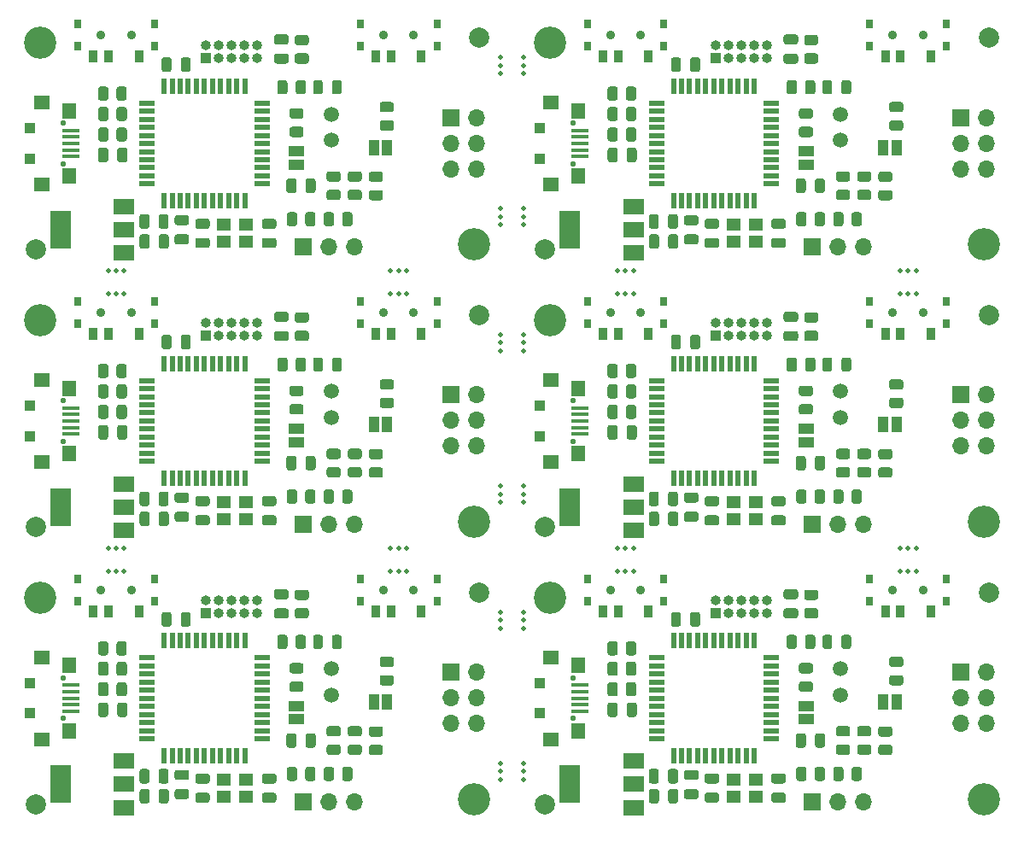
<source format=gts>
%TF.GenerationSoftware,KiCad,Pcbnew,(5.1.10-1-10_14)*%
%TF.CreationDate,2021-09-22T14:39:30-04:00*%
%TF.ProjectId,pannel,70616e6e-656c-42e6-9b69-6361645f7063,rev?*%
%TF.SameCoordinates,Original*%
%TF.FileFunction,Soldermask,Top*%
%TF.FilePolarity,Negative*%
%FSLAX46Y46*%
G04 Gerber Fmt 4.6, Leading zero omitted, Abs format (unit mm)*
G04 Created by KiCad (PCBNEW (5.1.10-1-10_14)) date 2021-09-22 14:39:30*
%MOMM*%
%LPD*%
G01*
G04 APERTURE LIST*
%ADD10C,2.000000*%
%ADD11C,3.200000*%
%ADD12R,0.900000X1.250000*%
%ADD13R,0.800000X0.900000*%
%ADD14C,0.900000*%
%ADD15O,1.700000X1.700000*%
%ADD16R,1.700000X1.700000*%
%ADD17R,1.800000X0.400000*%
%ADD18C,0.550000*%
%ADD19R,1.400000X1.500000*%
%ADD20R,1.500000X1.350000*%
%ADD21R,1.100000X1.000000*%
%ADD22R,2.000000X1.500000*%
%ADD23R,2.000000X3.800000*%
%ADD24R,1.400000X1.200000*%
%ADD25R,1.000000X1.000000*%
%ADD26O,1.000000X1.000000*%
%ADD27R,1.000000X1.500000*%
%ADD28R,1.500000X1.000000*%
%ADD29C,1.500000*%
%ADD30R,1.500000X0.550000*%
%ADD31R,0.550000X1.500000*%
%ADD32C,0.500000*%
G04 APERTURE END LIST*
D10*
%TO.C,FID2*%
X96500000Y23000000D03*
%TD*%
D11*
%TO.C,H1*%
X96000000Y2500000D03*
%TD*%
%TO.C,H2*%
X53000000Y22500000D03*
%TD*%
D12*
%TO.C,SW2*%
X90750000Y21116000D03*
X87750000Y21116000D03*
X86250000Y21116000D03*
D13*
X84700000Y24341000D03*
X92300000Y24341000D03*
X92300000Y22141000D03*
X84700000Y22141000D03*
D14*
X90000000Y23241000D03*
X87000000Y23241000D03*
%TD*%
D15*
%TO.C,J3*%
X84080000Y2250000D03*
X81540000Y2250000D03*
D16*
X79000000Y2250000D03*
%TD*%
D17*
%TO.C,J1*%
X56000000Y12500000D03*
X56000000Y13150000D03*
X56000000Y13800000D03*
X56000000Y11850000D03*
X56000000Y11200000D03*
D18*
X55280000Y14500000D03*
X55280000Y10500000D03*
D19*
X55809500Y9250000D03*
X55809500Y15750000D03*
D20*
X53130000Y8425000D03*
X53130000Y16575000D03*
D21*
X51959500Y14000000D03*
X51959500Y11000000D03*
%TD*%
%TO.C,C3*%
G36*
G01*
X66891000Y19845000D02*
X66891000Y20795000D01*
G75*
G02*
X67141000Y21045000I250000J0D01*
G01*
X67641000Y21045000D01*
G75*
G02*
X67891000Y20795000I0J-250000D01*
G01*
X67891000Y19845000D01*
G75*
G02*
X67641000Y19595000I-250000J0D01*
G01*
X67141000Y19595000D01*
G75*
G02*
X66891000Y19845000I0J250000D01*
G01*
G37*
G36*
G01*
X64991000Y19845000D02*
X64991000Y20795000D01*
G75*
G02*
X65241000Y21045000I250000J0D01*
G01*
X65741000Y21045000D01*
G75*
G02*
X65991000Y20795000I0J-250000D01*
G01*
X65991000Y19845000D01*
G75*
G02*
X65741000Y19595000I-250000J0D01*
G01*
X65241000Y19595000D01*
G75*
G02*
X64991000Y19845000I0J250000D01*
G01*
G37*
%TD*%
%TO.C,C7*%
G36*
G01*
X64701600Y4300200D02*
X64701600Y5250200D01*
G75*
G02*
X64951600Y5500200I250000J0D01*
G01*
X65451600Y5500200D01*
G75*
G02*
X65701600Y5250200I0J-250000D01*
G01*
X65701600Y4300200D01*
G75*
G02*
X65451600Y4050200I-250000J0D01*
G01*
X64951600Y4050200D01*
G75*
G02*
X64701600Y4300200I0J250000D01*
G01*
G37*
G36*
G01*
X62801600Y4300200D02*
X62801600Y5250200D01*
G75*
G02*
X63051600Y5500200I250000J0D01*
G01*
X63551600Y5500200D01*
G75*
G02*
X63801600Y5250200I0J-250000D01*
G01*
X63801600Y4300200D01*
G75*
G02*
X63551600Y4050200I-250000J0D01*
G01*
X63051600Y4050200D01*
G75*
G02*
X62801600Y4300200I0J250000D01*
G01*
G37*
%TD*%
%TO.C,C8*%
G36*
G01*
X64716800Y2319000D02*
X64716800Y3269000D01*
G75*
G02*
X64966800Y3519000I250000J0D01*
G01*
X65466800Y3519000D01*
G75*
G02*
X65716800Y3269000I0J-250000D01*
G01*
X65716800Y2319000D01*
G75*
G02*
X65466800Y2069000I-250000J0D01*
G01*
X64966800Y2069000D01*
G75*
G02*
X64716800Y2319000I0J250000D01*
G01*
G37*
G36*
G01*
X62816800Y2319000D02*
X62816800Y3269000D01*
G75*
G02*
X63066800Y3519000I250000J0D01*
G01*
X63566800Y3519000D01*
G75*
G02*
X63816800Y3269000I0J-250000D01*
G01*
X63816800Y2319000D01*
G75*
G02*
X63566800Y2069000I-250000J0D01*
G01*
X63066800Y2069000D01*
G75*
G02*
X62816800Y2319000I0J250000D01*
G01*
G37*
%TD*%
%TO.C,D1*%
G36*
G01*
X81887200Y17628550D02*
X81887200Y18541050D01*
G75*
G02*
X82130950Y18784800I243750J0D01*
G01*
X82618450Y18784800D01*
G75*
G02*
X82862200Y18541050I0J-243750D01*
G01*
X82862200Y17628550D01*
G75*
G02*
X82618450Y17384800I-243750J0D01*
G01*
X82130950Y17384800D01*
G75*
G02*
X81887200Y17628550I0J243750D01*
G01*
G37*
G36*
G01*
X80012200Y17628550D02*
X80012200Y18541050D01*
G75*
G02*
X80255950Y18784800I243750J0D01*
G01*
X80743450Y18784800D01*
G75*
G02*
X80987200Y18541050I0J-243750D01*
G01*
X80987200Y17628550D01*
G75*
G02*
X80743450Y17384800I-243750J0D01*
G01*
X80255950Y17384800D01*
G75*
G02*
X80012200Y17628550I0J243750D01*
G01*
G37*
%TD*%
D12*
%TO.C,SW1*%
X62750000Y21116000D03*
X59750000Y21116000D03*
X58250000Y21116000D03*
D13*
X56700000Y24341000D03*
X64300000Y24341000D03*
X64300000Y22141000D03*
X56700000Y22141000D03*
D14*
X62000000Y23241000D03*
X59000000Y23241000D03*
%TD*%
D22*
%TO.C,U2*%
X61270000Y1669500D03*
X61270000Y6269500D03*
X61270000Y3969500D03*
D23*
X54970000Y3969500D03*
%TD*%
%TO.C,C1*%
G36*
G01*
X76133700Y2141600D02*
X75183700Y2141600D01*
G75*
G02*
X74933700Y2391600I0J250000D01*
G01*
X74933700Y2891600D01*
G75*
G02*
X75183700Y3141600I250000J0D01*
G01*
X76133700Y3141600D01*
G75*
G02*
X76383700Y2891600I0J-250000D01*
G01*
X76383700Y2391600D01*
G75*
G02*
X76133700Y2141600I-250000J0D01*
G01*
G37*
G36*
G01*
X76133700Y4041600D02*
X75183700Y4041600D01*
G75*
G02*
X74933700Y4291600I0J250000D01*
G01*
X74933700Y4791600D01*
G75*
G02*
X75183700Y5041600I250000J0D01*
G01*
X76133700Y5041600D01*
G75*
G02*
X76383700Y4791600I0J-250000D01*
G01*
X76383700Y4291600D01*
G75*
G02*
X76133700Y4041600I-250000J0D01*
G01*
G37*
%TD*%
%TO.C,C5*%
G36*
G01*
X67485000Y4397200D02*
X66535000Y4397200D01*
G75*
G02*
X66285000Y4647200I0J250000D01*
G01*
X66285000Y5147200D01*
G75*
G02*
X66535000Y5397200I250000J0D01*
G01*
X67485000Y5397200D01*
G75*
G02*
X67735000Y5147200I0J-250000D01*
G01*
X67735000Y4647200D01*
G75*
G02*
X67485000Y4397200I-250000J0D01*
G01*
G37*
G36*
G01*
X67485000Y2497200D02*
X66535000Y2497200D01*
G75*
G02*
X66285000Y2747200I0J250000D01*
G01*
X66285000Y3247200D01*
G75*
G02*
X66535000Y3497200I250000J0D01*
G01*
X67485000Y3497200D01*
G75*
G02*
X67735000Y3247200I0J-250000D01*
G01*
X67735000Y2747200D01*
G75*
G02*
X67485000Y2497200I-250000J0D01*
G01*
G37*
%TD*%
%TO.C,R11*%
G36*
G01*
X82100000Y5450002D02*
X82100000Y4549998D01*
G75*
G02*
X81850002Y4300000I-249998J0D01*
G01*
X81324998Y4300000D01*
G75*
G02*
X81075000Y4549998I0J249998D01*
G01*
X81075000Y5450002D01*
G75*
G02*
X81324998Y5700000I249998J0D01*
G01*
X81850002Y5700000D01*
G75*
G02*
X82100000Y5450002I0J-249998D01*
G01*
G37*
G36*
G01*
X83925000Y5450002D02*
X83925000Y4549998D01*
G75*
G02*
X83675002Y4300000I-249998J0D01*
G01*
X83149998Y4300000D01*
G75*
G02*
X82900000Y4549998I0J249998D01*
G01*
X82900000Y5450002D01*
G75*
G02*
X83149998Y5700000I249998J0D01*
G01*
X83675002Y5700000D01*
G75*
G02*
X83925000Y5450002I0J-249998D01*
G01*
G37*
%TD*%
%TO.C,R10*%
G36*
G01*
X78437500Y5450002D02*
X78437500Y4549998D01*
G75*
G02*
X78187502Y4300000I-249998J0D01*
G01*
X77662498Y4300000D01*
G75*
G02*
X77412500Y4549998I0J249998D01*
G01*
X77412500Y5450002D01*
G75*
G02*
X77662498Y5700000I249998J0D01*
G01*
X78187502Y5700000D01*
G75*
G02*
X78437500Y5450002I0J-249998D01*
G01*
G37*
G36*
G01*
X80262500Y5450002D02*
X80262500Y4549998D01*
G75*
G02*
X80012502Y4300000I-249998J0D01*
G01*
X79487498Y4300000D01*
G75*
G02*
X79237500Y4549998I0J249998D01*
G01*
X79237500Y5450002D01*
G75*
G02*
X79487498Y5700000I249998J0D01*
G01*
X80012502Y5700000D01*
G75*
G02*
X80262500Y5450002I0J-249998D01*
G01*
G37*
%TD*%
D24*
%TO.C,Y1*%
X73393200Y4444100D03*
X71193200Y4444100D03*
X71193200Y2744100D03*
X73393200Y2744100D03*
%TD*%
%TO.C,C2*%
G36*
G01*
X68579700Y5046600D02*
X69529700Y5046600D01*
G75*
G02*
X69779700Y4796600I0J-250000D01*
G01*
X69779700Y4296600D01*
G75*
G02*
X69529700Y4046600I-250000J0D01*
G01*
X68579700Y4046600D01*
G75*
G02*
X68329700Y4296600I0J250000D01*
G01*
X68329700Y4796600D01*
G75*
G02*
X68579700Y5046600I250000J0D01*
G01*
G37*
G36*
G01*
X68579700Y3146600D02*
X69529700Y3146600D01*
G75*
G02*
X69779700Y2896600I0J-250000D01*
G01*
X69779700Y2396600D01*
G75*
G02*
X69529700Y2146600I-250000J0D01*
G01*
X68579700Y2146600D01*
G75*
G02*
X68329700Y2396600I0J250000D01*
G01*
X68329700Y2896600D01*
G75*
G02*
X68579700Y3146600I250000J0D01*
G01*
G37*
%TD*%
%TO.C,C9*%
G36*
G01*
X77352900Y20419400D02*
X76402900Y20419400D01*
G75*
G02*
X76152900Y20669400I0J250000D01*
G01*
X76152900Y21169400D01*
G75*
G02*
X76402900Y21419400I250000J0D01*
G01*
X77352900Y21419400D01*
G75*
G02*
X77602900Y21169400I0J-250000D01*
G01*
X77602900Y20669400D01*
G75*
G02*
X77352900Y20419400I-250000J0D01*
G01*
G37*
G36*
G01*
X77352900Y22319400D02*
X76402900Y22319400D01*
G75*
G02*
X76152900Y22569400I0J250000D01*
G01*
X76152900Y23069400D01*
G75*
G02*
X76402900Y23319400I250000J0D01*
G01*
X77352900Y23319400D01*
G75*
G02*
X77602900Y23069400I0J-250000D01*
G01*
X77602900Y22569400D01*
G75*
G02*
X77352900Y22319400I-250000J0D01*
G01*
G37*
%TD*%
%TO.C,F1*%
G36*
G01*
X59725000Y17900001D02*
X59725000Y16999999D01*
G75*
G02*
X59475001Y16750000I-249999J0D01*
G01*
X58949999Y16750000D01*
G75*
G02*
X58700000Y16999999I0J249999D01*
G01*
X58700000Y17900001D01*
G75*
G02*
X58949999Y18150000I249999J0D01*
G01*
X59475001Y18150000D01*
G75*
G02*
X59725000Y17900001I0J-249999D01*
G01*
G37*
G36*
G01*
X61550000Y17900001D02*
X61550000Y16999999D01*
G75*
G02*
X61300001Y16750000I-249999J0D01*
G01*
X60774999Y16750000D01*
G75*
G02*
X60525000Y16999999I0J249999D01*
G01*
X60525000Y17900001D01*
G75*
G02*
X60774999Y18150000I249999J0D01*
G01*
X61300001Y18150000D01*
G75*
G02*
X61550000Y17900001I0J-249999D01*
G01*
G37*
%TD*%
D25*
%TO.C,JPROG1*%
X69423000Y20955000D03*
D26*
X69423000Y22225000D03*
X70693000Y20955000D03*
X70693000Y22225000D03*
X71963000Y20955000D03*
X71963000Y22225000D03*
X73233000Y20955000D03*
X73233000Y22225000D03*
X74503000Y20955000D03*
X74503000Y22225000D03*
%TD*%
D15*
%TO.C,J2*%
X96250000Y10000000D03*
X93710000Y10000000D03*
X96250000Y12540000D03*
X93710000Y12540000D03*
X96250000Y15080000D03*
D16*
X93710000Y15080000D03*
%TD*%
%TO.C,C4*%
G36*
G01*
X59710000Y11841500D02*
X59710000Y10891500D01*
G75*
G02*
X59460000Y10641500I-250000J0D01*
G01*
X58960000Y10641500D01*
G75*
G02*
X58710000Y10891500I0J250000D01*
G01*
X58710000Y11841500D01*
G75*
G02*
X58960000Y12091500I250000J0D01*
G01*
X59460000Y12091500D01*
G75*
G02*
X59710000Y11841500I0J-250000D01*
G01*
G37*
G36*
G01*
X61610000Y11841500D02*
X61610000Y10891500D01*
G75*
G02*
X61360000Y10641500I-250000J0D01*
G01*
X60860000Y10641500D01*
G75*
G02*
X60610000Y10891500I0J250000D01*
G01*
X60610000Y11841500D01*
G75*
G02*
X60860000Y12091500I250000J0D01*
G01*
X61360000Y12091500D01*
G75*
G02*
X61610000Y11841500I0J-250000D01*
G01*
G37*
%TD*%
%TO.C,C6*%
G36*
G01*
X78371000Y8793500D02*
X78371000Y7843500D01*
G75*
G02*
X78121000Y7593500I-250000J0D01*
G01*
X77621000Y7593500D01*
G75*
G02*
X77371000Y7843500I0J250000D01*
G01*
X77371000Y8793500D01*
G75*
G02*
X77621000Y9043500I250000J0D01*
G01*
X78121000Y9043500D01*
G75*
G02*
X78371000Y8793500I0J-250000D01*
G01*
G37*
G36*
G01*
X80271000Y8793500D02*
X80271000Y7843500D01*
G75*
G02*
X80021000Y7593500I-250000J0D01*
G01*
X79521000Y7593500D01*
G75*
G02*
X79271000Y7843500I0J250000D01*
G01*
X79271000Y8793500D01*
G75*
G02*
X79521000Y9043500I250000J0D01*
G01*
X80021000Y9043500D01*
G75*
G02*
X80271000Y8793500I0J-250000D01*
G01*
G37*
%TD*%
D27*
%TO.C,JP2*%
X87360000Y12128500D03*
X86060000Y12128500D03*
%TD*%
D28*
%TO.C,JP3*%
X78376500Y11714000D03*
X78376500Y10414000D03*
%TD*%
%TO.C,R1*%
G36*
G01*
X59734000Y13848502D02*
X59734000Y12948498D01*
G75*
G02*
X59484002Y12698500I-249998J0D01*
G01*
X58958998Y12698500D01*
G75*
G02*
X58709000Y12948498I0J249998D01*
G01*
X58709000Y13848502D01*
G75*
G02*
X58958998Y14098500I249998J0D01*
G01*
X59484002Y14098500D01*
G75*
G02*
X59734000Y13848502I0J-249998D01*
G01*
G37*
G36*
G01*
X61559000Y13848502D02*
X61559000Y12948498D01*
G75*
G02*
X61309002Y12698500I-249998J0D01*
G01*
X60783998Y12698500D01*
G75*
G02*
X60534000Y12948498I0J249998D01*
G01*
X60534000Y13848502D01*
G75*
G02*
X60783998Y14098500I249998J0D01*
G01*
X61309002Y14098500D01*
G75*
G02*
X61559000Y13848502I0J-249998D01*
G01*
G37*
%TD*%
%TO.C,R2*%
G36*
G01*
X59734000Y15880502D02*
X59734000Y14980498D01*
G75*
G02*
X59484002Y14730500I-249998J0D01*
G01*
X58958998Y14730500D01*
G75*
G02*
X58709000Y14980498I0J249998D01*
G01*
X58709000Y15880502D01*
G75*
G02*
X58958998Y16130500I249998J0D01*
G01*
X59484002Y16130500D01*
G75*
G02*
X59734000Y15880502I0J-249998D01*
G01*
G37*
G36*
G01*
X61559000Y15880502D02*
X61559000Y14980498D01*
G75*
G02*
X61309002Y14730500I-249998J0D01*
G01*
X60783998Y14730500D01*
G75*
G02*
X60534000Y14980498I0J249998D01*
G01*
X60534000Y15880502D01*
G75*
G02*
X60783998Y16130500I249998J0D01*
G01*
X61309002Y16130500D01*
G75*
G02*
X61559000Y15880502I0J-249998D01*
G01*
G37*
%TD*%
%TO.C,R3*%
G36*
G01*
X79347202Y22245900D02*
X78447198Y22245900D01*
G75*
G02*
X78197200Y22495898I0J249998D01*
G01*
X78197200Y23020902D01*
G75*
G02*
X78447198Y23270900I249998J0D01*
G01*
X79347202Y23270900D01*
G75*
G02*
X79597200Y23020902I0J-249998D01*
G01*
X79597200Y22495898D01*
G75*
G02*
X79347202Y22245900I-249998J0D01*
G01*
G37*
G36*
G01*
X79347202Y20420900D02*
X78447198Y20420900D01*
G75*
G02*
X78197200Y20670898I0J249998D01*
G01*
X78197200Y21195902D01*
G75*
G02*
X78447198Y21445900I249998J0D01*
G01*
X79347202Y21445900D01*
G75*
G02*
X79597200Y21195902I0J-249998D01*
G01*
X79597200Y20670898D01*
G75*
G02*
X79347202Y20420900I-249998J0D01*
G01*
G37*
%TD*%
%TO.C,R4*%
G36*
G01*
X78826502Y14965000D02*
X77926498Y14965000D01*
G75*
G02*
X77676500Y15214998I0J249998D01*
G01*
X77676500Y15740002D01*
G75*
G02*
X77926498Y15990000I249998J0D01*
G01*
X78826502Y15990000D01*
G75*
G02*
X79076500Y15740002I0J-249998D01*
G01*
X79076500Y15214998D01*
G75*
G02*
X78826502Y14965000I-249998J0D01*
G01*
G37*
G36*
G01*
X78826502Y13140000D02*
X77926498Y13140000D01*
G75*
G02*
X77676500Y13389998I0J249998D01*
G01*
X77676500Y13915002D01*
G75*
G02*
X77926498Y14165000I249998J0D01*
G01*
X78826502Y14165000D01*
G75*
G02*
X79076500Y13915002I0J-249998D01*
G01*
X79076500Y13389998D01*
G75*
G02*
X78826502Y13140000I-249998J0D01*
G01*
G37*
%TD*%
%TO.C,R5*%
G36*
G01*
X86879998Y14800000D02*
X87780002Y14800000D01*
G75*
G02*
X88030000Y14550002I0J-249998D01*
G01*
X88030000Y14024998D01*
G75*
G02*
X87780002Y13775000I-249998J0D01*
G01*
X86879998Y13775000D01*
G75*
G02*
X86630000Y14024998I0J249998D01*
G01*
X86630000Y14550002D01*
G75*
G02*
X86879998Y14800000I249998J0D01*
G01*
G37*
G36*
G01*
X86879998Y16625000D02*
X87780002Y16625000D01*
G75*
G02*
X88030000Y16375002I0J-249998D01*
G01*
X88030000Y15849998D01*
G75*
G02*
X87780002Y15600000I-249998J0D01*
G01*
X86879998Y15600000D01*
G75*
G02*
X86630000Y15849998I0J249998D01*
G01*
X86630000Y16375002D01*
G75*
G02*
X86879998Y16625000I249998J0D01*
G01*
G37*
%TD*%
%TO.C,R6*%
G36*
G01*
X77483100Y18534802D02*
X77483100Y17634798D01*
G75*
G02*
X77233102Y17384800I-249998J0D01*
G01*
X76708098Y17384800D01*
G75*
G02*
X76458100Y17634798I0J249998D01*
G01*
X76458100Y18534802D01*
G75*
G02*
X76708098Y18784800I249998J0D01*
G01*
X77233102Y18784800D01*
G75*
G02*
X77483100Y18534802I0J-249998D01*
G01*
G37*
G36*
G01*
X79308100Y18534802D02*
X79308100Y17634798D01*
G75*
G02*
X79058102Y17384800I-249998J0D01*
G01*
X78533098Y17384800D01*
G75*
G02*
X78283100Y17634798I0J249998D01*
G01*
X78283100Y18534802D01*
G75*
G02*
X78533098Y18784800I249998J0D01*
G01*
X79058102Y18784800D01*
G75*
G02*
X79308100Y18534802I0J-249998D01*
G01*
G37*
%TD*%
%TO.C,R7*%
G36*
G01*
X81609498Y7918500D02*
X82509502Y7918500D01*
G75*
G02*
X82759500Y7668502I0J-249998D01*
G01*
X82759500Y7143498D01*
G75*
G02*
X82509502Y6893500I-249998J0D01*
G01*
X81609498Y6893500D01*
G75*
G02*
X81359500Y7143498I0J249998D01*
G01*
X81359500Y7668502D01*
G75*
G02*
X81609498Y7918500I249998J0D01*
G01*
G37*
G36*
G01*
X81609498Y9743500D02*
X82509502Y9743500D01*
G75*
G02*
X82759500Y9493502I0J-249998D01*
G01*
X82759500Y8968498D01*
G75*
G02*
X82509502Y8718500I-249998J0D01*
G01*
X81609498Y8718500D01*
G75*
G02*
X81359500Y8968498I0J249998D01*
G01*
X81359500Y9493502D01*
G75*
G02*
X81609498Y9743500I249998J0D01*
G01*
G37*
%TD*%
%TO.C,R8*%
G36*
G01*
X85800498Y7895000D02*
X86700502Y7895000D01*
G75*
G02*
X86950500Y7645002I0J-249998D01*
G01*
X86950500Y7119998D01*
G75*
G02*
X86700502Y6870000I-249998J0D01*
G01*
X85800498Y6870000D01*
G75*
G02*
X85550500Y7119998I0J249998D01*
G01*
X85550500Y7645002D01*
G75*
G02*
X85800498Y7895000I249998J0D01*
G01*
G37*
G36*
G01*
X85800498Y9720000D02*
X86700502Y9720000D01*
G75*
G02*
X86950500Y9470002I0J-249998D01*
G01*
X86950500Y8944998D01*
G75*
G02*
X86700502Y8695000I-249998J0D01*
G01*
X85800498Y8695000D01*
G75*
G02*
X85550500Y8944998I0J249998D01*
G01*
X85550500Y9470002D01*
G75*
G02*
X85800498Y9720000I249998J0D01*
G01*
G37*
%TD*%
%TO.C,R9*%
G36*
G01*
X83704998Y7918500D02*
X84605002Y7918500D01*
G75*
G02*
X84855000Y7668502I0J-249998D01*
G01*
X84855000Y7143498D01*
G75*
G02*
X84605002Y6893500I-249998J0D01*
G01*
X83704998Y6893500D01*
G75*
G02*
X83455000Y7143498I0J249998D01*
G01*
X83455000Y7668502D01*
G75*
G02*
X83704998Y7918500I249998J0D01*
G01*
G37*
G36*
G01*
X83704998Y9743500D02*
X84605002Y9743500D01*
G75*
G02*
X84855000Y9493502I0J-249998D01*
G01*
X84855000Y8968498D01*
G75*
G02*
X84605002Y8718500I-249998J0D01*
G01*
X83704998Y8718500D01*
G75*
G02*
X83455000Y8968498I0J249998D01*
G01*
X83455000Y9493502D01*
G75*
G02*
X83704998Y9743500I249998J0D01*
G01*
G37*
%TD*%
D29*
%TO.C,TP2*%
X81805500Y15430500D03*
%TD*%
%TO.C,TP3*%
X81805500Y12827000D03*
%TD*%
D30*
%TO.C,U1*%
X63550000Y16500000D03*
X63550000Y15700000D03*
X63550000Y14900000D03*
X63550000Y14100000D03*
X63550000Y13300000D03*
X63550000Y12500000D03*
X63550000Y11700000D03*
X63550000Y10900000D03*
X63550000Y10100000D03*
X63550000Y9300000D03*
X63550000Y8500000D03*
D31*
X65250000Y6800000D03*
X66050000Y6800000D03*
X66850000Y6800000D03*
X67650000Y6800000D03*
X68450000Y6800000D03*
X69250000Y6800000D03*
X70050000Y6800000D03*
X70850000Y6800000D03*
X71650000Y6800000D03*
X72450000Y6800000D03*
X73250000Y6800000D03*
D30*
X74950000Y8500000D03*
X74950000Y9300000D03*
X74950000Y10100000D03*
X74950000Y10900000D03*
X74950000Y11700000D03*
X74950000Y12500000D03*
X74950000Y13300000D03*
X74950000Y14100000D03*
X74950000Y14900000D03*
X74950000Y15700000D03*
X74950000Y16500000D03*
D31*
X73250000Y18200000D03*
X72450000Y18200000D03*
X71650000Y18200000D03*
X70850000Y18200000D03*
X70050000Y18200000D03*
X69250000Y18200000D03*
X68450000Y18200000D03*
X67650000Y18200000D03*
X66850000Y18200000D03*
X66050000Y18200000D03*
X65250000Y18200000D03*
%TD*%
D10*
%TO.C,FID2*%
X96500000Y50500000D03*
%TD*%
D11*
%TO.C,H1*%
X96000000Y30000000D03*
%TD*%
%TO.C,H2*%
X53000000Y50000000D03*
%TD*%
D12*
%TO.C,SW2*%
X90750000Y48616000D03*
X87750000Y48616000D03*
X86250000Y48616000D03*
D13*
X84700000Y51841000D03*
X92300000Y51841000D03*
X92300000Y49641000D03*
X84700000Y49641000D03*
D14*
X90000000Y50741000D03*
X87000000Y50741000D03*
%TD*%
D15*
%TO.C,J3*%
X84080000Y29750000D03*
X81540000Y29750000D03*
D16*
X79000000Y29750000D03*
%TD*%
D17*
%TO.C,J1*%
X56000000Y40000000D03*
X56000000Y40650000D03*
X56000000Y41300000D03*
X56000000Y39350000D03*
X56000000Y38700000D03*
D18*
X55280000Y42000000D03*
X55280000Y38000000D03*
D19*
X55809500Y36750000D03*
X55809500Y43250000D03*
D20*
X53130000Y35925000D03*
X53130000Y44075000D03*
D21*
X51959500Y41500000D03*
X51959500Y38500000D03*
%TD*%
%TO.C,C3*%
G36*
G01*
X66891000Y47345000D02*
X66891000Y48295000D01*
G75*
G02*
X67141000Y48545000I250000J0D01*
G01*
X67641000Y48545000D01*
G75*
G02*
X67891000Y48295000I0J-250000D01*
G01*
X67891000Y47345000D01*
G75*
G02*
X67641000Y47095000I-250000J0D01*
G01*
X67141000Y47095000D01*
G75*
G02*
X66891000Y47345000I0J250000D01*
G01*
G37*
G36*
G01*
X64991000Y47345000D02*
X64991000Y48295000D01*
G75*
G02*
X65241000Y48545000I250000J0D01*
G01*
X65741000Y48545000D01*
G75*
G02*
X65991000Y48295000I0J-250000D01*
G01*
X65991000Y47345000D01*
G75*
G02*
X65741000Y47095000I-250000J0D01*
G01*
X65241000Y47095000D01*
G75*
G02*
X64991000Y47345000I0J250000D01*
G01*
G37*
%TD*%
%TO.C,C7*%
G36*
G01*
X64701600Y31800200D02*
X64701600Y32750200D01*
G75*
G02*
X64951600Y33000200I250000J0D01*
G01*
X65451600Y33000200D01*
G75*
G02*
X65701600Y32750200I0J-250000D01*
G01*
X65701600Y31800200D01*
G75*
G02*
X65451600Y31550200I-250000J0D01*
G01*
X64951600Y31550200D01*
G75*
G02*
X64701600Y31800200I0J250000D01*
G01*
G37*
G36*
G01*
X62801600Y31800200D02*
X62801600Y32750200D01*
G75*
G02*
X63051600Y33000200I250000J0D01*
G01*
X63551600Y33000200D01*
G75*
G02*
X63801600Y32750200I0J-250000D01*
G01*
X63801600Y31800200D01*
G75*
G02*
X63551600Y31550200I-250000J0D01*
G01*
X63051600Y31550200D01*
G75*
G02*
X62801600Y31800200I0J250000D01*
G01*
G37*
%TD*%
%TO.C,C8*%
G36*
G01*
X64716800Y29819000D02*
X64716800Y30769000D01*
G75*
G02*
X64966800Y31019000I250000J0D01*
G01*
X65466800Y31019000D01*
G75*
G02*
X65716800Y30769000I0J-250000D01*
G01*
X65716800Y29819000D01*
G75*
G02*
X65466800Y29569000I-250000J0D01*
G01*
X64966800Y29569000D01*
G75*
G02*
X64716800Y29819000I0J250000D01*
G01*
G37*
G36*
G01*
X62816800Y29819000D02*
X62816800Y30769000D01*
G75*
G02*
X63066800Y31019000I250000J0D01*
G01*
X63566800Y31019000D01*
G75*
G02*
X63816800Y30769000I0J-250000D01*
G01*
X63816800Y29819000D01*
G75*
G02*
X63566800Y29569000I-250000J0D01*
G01*
X63066800Y29569000D01*
G75*
G02*
X62816800Y29819000I0J250000D01*
G01*
G37*
%TD*%
%TO.C,D1*%
G36*
G01*
X81887200Y45128550D02*
X81887200Y46041050D01*
G75*
G02*
X82130950Y46284800I243750J0D01*
G01*
X82618450Y46284800D01*
G75*
G02*
X82862200Y46041050I0J-243750D01*
G01*
X82862200Y45128550D01*
G75*
G02*
X82618450Y44884800I-243750J0D01*
G01*
X82130950Y44884800D01*
G75*
G02*
X81887200Y45128550I0J243750D01*
G01*
G37*
G36*
G01*
X80012200Y45128550D02*
X80012200Y46041050D01*
G75*
G02*
X80255950Y46284800I243750J0D01*
G01*
X80743450Y46284800D01*
G75*
G02*
X80987200Y46041050I0J-243750D01*
G01*
X80987200Y45128550D01*
G75*
G02*
X80743450Y44884800I-243750J0D01*
G01*
X80255950Y44884800D01*
G75*
G02*
X80012200Y45128550I0J243750D01*
G01*
G37*
%TD*%
D12*
%TO.C,SW1*%
X62750000Y48616000D03*
X59750000Y48616000D03*
X58250000Y48616000D03*
D13*
X56700000Y51841000D03*
X64300000Y51841000D03*
X64300000Y49641000D03*
X56700000Y49641000D03*
D14*
X62000000Y50741000D03*
X59000000Y50741000D03*
%TD*%
D22*
%TO.C,U2*%
X61270000Y29169500D03*
X61270000Y33769500D03*
X61270000Y31469500D03*
D23*
X54970000Y31469500D03*
%TD*%
%TO.C,C1*%
G36*
G01*
X76133700Y29641600D02*
X75183700Y29641600D01*
G75*
G02*
X74933700Y29891600I0J250000D01*
G01*
X74933700Y30391600D01*
G75*
G02*
X75183700Y30641600I250000J0D01*
G01*
X76133700Y30641600D01*
G75*
G02*
X76383700Y30391600I0J-250000D01*
G01*
X76383700Y29891600D01*
G75*
G02*
X76133700Y29641600I-250000J0D01*
G01*
G37*
G36*
G01*
X76133700Y31541600D02*
X75183700Y31541600D01*
G75*
G02*
X74933700Y31791600I0J250000D01*
G01*
X74933700Y32291600D01*
G75*
G02*
X75183700Y32541600I250000J0D01*
G01*
X76133700Y32541600D01*
G75*
G02*
X76383700Y32291600I0J-250000D01*
G01*
X76383700Y31791600D01*
G75*
G02*
X76133700Y31541600I-250000J0D01*
G01*
G37*
%TD*%
%TO.C,C5*%
G36*
G01*
X67485000Y31897200D02*
X66535000Y31897200D01*
G75*
G02*
X66285000Y32147200I0J250000D01*
G01*
X66285000Y32647200D01*
G75*
G02*
X66535000Y32897200I250000J0D01*
G01*
X67485000Y32897200D01*
G75*
G02*
X67735000Y32647200I0J-250000D01*
G01*
X67735000Y32147200D01*
G75*
G02*
X67485000Y31897200I-250000J0D01*
G01*
G37*
G36*
G01*
X67485000Y29997200D02*
X66535000Y29997200D01*
G75*
G02*
X66285000Y30247200I0J250000D01*
G01*
X66285000Y30747200D01*
G75*
G02*
X66535000Y30997200I250000J0D01*
G01*
X67485000Y30997200D01*
G75*
G02*
X67735000Y30747200I0J-250000D01*
G01*
X67735000Y30247200D01*
G75*
G02*
X67485000Y29997200I-250000J0D01*
G01*
G37*
%TD*%
%TO.C,R11*%
G36*
G01*
X82100000Y32950002D02*
X82100000Y32049998D01*
G75*
G02*
X81850002Y31800000I-249998J0D01*
G01*
X81324998Y31800000D01*
G75*
G02*
X81075000Y32049998I0J249998D01*
G01*
X81075000Y32950002D01*
G75*
G02*
X81324998Y33200000I249998J0D01*
G01*
X81850002Y33200000D01*
G75*
G02*
X82100000Y32950002I0J-249998D01*
G01*
G37*
G36*
G01*
X83925000Y32950002D02*
X83925000Y32049998D01*
G75*
G02*
X83675002Y31800000I-249998J0D01*
G01*
X83149998Y31800000D01*
G75*
G02*
X82900000Y32049998I0J249998D01*
G01*
X82900000Y32950002D01*
G75*
G02*
X83149998Y33200000I249998J0D01*
G01*
X83675002Y33200000D01*
G75*
G02*
X83925000Y32950002I0J-249998D01*
G01*
G37*
%TD*%
%TO.C,R10*%
G36*
G01*
X78437500Y32950002D02*
X78437500Y32049998D01*
G75*
G02*
X78187502Y31800000I-249998J0D01*
G01*
X77662498Y31800000D01*
G75*
G02*
X77412500Y32049998I0J249998D01*
G01*
X77412500Y32950002D01*
G75*
G02*
X77662498Y33200000I249998J0D01*
G01*
X78187502Y33200000D01*
G75*
G02*
X78437500Y32950002I0J-249998D01*
G01*
G37*
G36*
G01*
X80262500Y32950002D02*
X80262500Y32049998D01*
G75*
G02*
X80012502Y31800000I-249998J0D01*
G01*
X79487498Y31800000D01*
G75*
G02*
X79237500Y32049998I0J249998D01*
G01*
X79237500Y32950002D01*
G75*
G02*
X79487498Y33200000I249998J0D01*
G01*
X80012502Y33200000D01*
G75*
G02*
X80262500Y32950002I0J-249998D01*
G01*
G37*
%TD*%
D24*
%TO.C,Y1*%
X73393200Y31944100D03*
X71193200Y31944100D03*
X71193200Y30244100D03*
X73393200Y30244100D03*
%TD*%
%TO.C,C2*%
G36*
G01*
X68579700Y32546600D02*
X69529700Y32546600D01*
G75*
G02*
X69779700Y32296600I0J-250000D01*
G01*
X69779700Y31796600D01*
G75*
G02*
X69529700Y31546600I-250000J0D01*
G01*
X68579700Y31546600D01*
G75*
G02*
X68329700Y31796600I0J250000D01*
G01*
X68329700Y32296600D01*
G75*
G02*
X68579700Y32546600I250000J0D01*
G01*
G37*
G36*
G01*
X68579700Y30646600D02*
X69529700Y30646600D01*
G75*
G02*
X69779700Y30396600I0J-250000D01*
G01*
X69779700Y29896600D01*
G75*
G02*
X69529700Y29646600I-250000J0D01*
G01*
X68579700Y29646600D01*
G75*
G02*
X68329700Y29896600I0J250000D01*
G01*
X68329700Y30396600D01*
G75*
G02*
X68579700Y30646600I250000J0D01*
G01*
G37*
%TD*%
%TO.C,C9*%
G36*
G01*
X77352900Y47919400D02*
X76402900Y47919400D01*
G75*
G02*
X76152900Y48169400I0J250000D01*
G01*
X76152900Y48669400D01*
G75*
G02*
X76402900Y48919400I250000J0D01*
G01*
X77352900Y48919400D01*
G75*
G02*
X77602900Y48669400I0J-250000D01*
G01*
X77602900Y48169400D01*
G75*
G02*
X77352900Y47919400I-250000J0D01*
G01*
G37*
G36*
G01*
X77352900Y49819400D02*
X76402900Y49819400D01*
G75*
G02*
X76152900Y50069400I0J250000D01*
G01*
X76152900Y50569400D01*
G75*
G02*
X76402900Y50819400I250000J0D01*
G01*
X77352900Y50819400D01*
G75*
G02*
X77602900Y50569400I0J-250000D01*
G01*
X77602900Y50069400D01*
G75*
G02*
X77352900Y49819400I-250000J0D01*
G01*
G37*
%TD*%
%TO.C,F1*%
G36*
G01*
X59725000Y45400001D02*
X59725000Y44499999D01*
G75*
G02*
X59475001Y44250000I-249999J0D01*
G01*
X58949999Y44250000D01*
G75*
G02*
X58700000Y44499999I0J249999D01*
G01*
X58700000Y45400001D01*
G75*
G02*
X58949999Y45650000I249999J0D01*
G01*
X59475001Y45650000D01*
G75*
G02*
X59725000Y45400001I0J-249999D01*
G01*
G37*
G36*
G01*
X61550000Y45400001D02*
X61550000Y44499999D01*
G75*
G02*
X61300001Y44250000I-249999J0D01*
G01*
X60774999Y44250000D01*
G75*
G02*
X60525000Y44499999I0J249999D01*
G01*
X60525000Y45400001D01*
G75*
G02*
X60774999Y45650000I249999J0D01*
G01*
X61300001Y45650000D01*
G75*
G02*
X61550000Y45400001I0J-249999D01*
G01*
G37*
%TD*%
D25*
%TO.C,JPROG1*%
X69423000Y48455000D03*
D26*
X69423000Y49725000D03*
X70693000Y48455000D03*
X70693000Y49725000D03*
X71963000Y48455000D03*
X71963000Y49725000D03*
X73233000Y48455000D03*
X73233000Y49725000D03*
X74503000Y48455000D03*
X74503000Y49725000D03*
%TD*%
D15*
%TO.C,J2*%
X96250000Y37500000D03*
X93710000Y37500000D03*
X96250000Y40040000D03*
X93710000Y40040000D03*
X96250000Y42580000D03*
D16*
X93710000Y42580000D03*
%TD*%
%TO.C,C4*%
G36*
G01*
X59710000Y39341500D02*
X59710000Y38391500D01*
G75*
G02*
X59460000Y38141500I-250000J0D01*
G01*
X58960000Y38141500D01*
G75*
G02*
X58710000Y38391500I0J250000D01*
G01*
X58710000Y39341500D01*
G75*
G02*
X58960000Y39591500I250000J0D01*
G01*
X59460000Y39591500D01*
G75*
G02*
X59710000Y39341500I0J-250000D01*
G01*
G37*
G36*
G01*
X61610000Y39341500D02*
X61610000Y38391500D01*
G75*
G02*
X61360000Y38141500I-250000J0D01*
G01*
X60860000Y38141500D01*
G75*
G02*
X60610000Y38391500I0J250000D01*
G01*
X60610000Y39341500D01*
G75*
G02*
X60860000Y39591500I250000J0D01*
G01*
X61360000Y39591500D01*
G75*
G02*
X61610000Y39341500I0J-250000D01*
G01*
G37*
%TD*%
%TO.C,C6*%
G36*
G01*
X78371000Y36293500D02*
X78371000Y35343500D01*
G75*
G02*
X78121000Y35093500I-250000J0D01*
G01*
X77621000Y35093500D01*
G75*
G02*
X77371000Y35343500I0J250000D01*
G01*
X77371000Y36293500D01*
G75*
G02*
X77621000Y36543500I250000J0D01*
G01*
X78121000Y36543500D01*
G75*
G02*
X78371000Y36293500I0J-250000D01*
G01*
G37*
G36*
G01*
X80271000Y36293500D02*
X80271000Y35343500D01*
G75*
G02*
X80021000Y35093500I-250000J0D01*
G01*
X79521000Y35093500D01*
G75*
G02*
X79271000Y35343500I0J250000D01*
G01*
X79271000Y36293500D01*
G75*
G02*
X79521000Y36543500I250000J0D01*
G01*
X80021000Y36543500D01*
G75*
G02*
X80271000Y36293500I0J-250000D01*
G01*
G37*
%TD*%
D27*
%TO.C,JP2*%
X87360000Y39628500D03*
X86060000Y39628500D03*
%TD*%
D28*
%TO.C,JP3*%
X78376500Y39214000D03*
X78376500Y37914000D03*
%TD*%
%TO.C,R1*%
G36*
G01*
X59734000Y41348502D02*
X59734000Y40448498D01*
G75*
G02*
X59484002Y40198500I-249998J0D01*
G01*
X58958998Y40198500D01*
G75*
G02*
X58709000Y40448498I0J249998D01*
G01*
X58709000Y41348502D01*
G75*
G02*
X58958998Y41598500I249998J0D01*
G01*
X59484002Y41598500D01*
G75*
G02*
X59734000Y41348502I0J-249998D01*
G01*
G37*
G36*
G01*
X61559000Y41348502D02*
X61559000Y40448498D01*
G75*
G02*
X61309002Y40198500I-249998J0D01*
G01*
X60783998Y40198500D01*
G75*
G02*
X60534000Y40448498I0J249998D01*
G01*
X60534000Y41348502D01*
G75*
G02*
X60783998Y41598500I249998J0D01*
G01*
X61309002Y41598500D01*
G75*
G02*
X61559000Y41348502I0J-249998D01*
G01*
G37*
%TD*%
%TO.C,R2*%
G36*
G01*
X59734000Y43380502D02*
X59734000Y42480498D01*
G75*
G02*
X59484002Y42230500I-249998J0D01*
G01*
X58958998Y42230500D01*
G75*
G02*
X58709000Y42480498I0J249998D01*
G01*
X58709000Y43380502D01*
G75*
G02*
X58958998Y43630500I249998J0D01*
G01*
X59484002Y43630500D01*
G75*
G02*
X59734000Y43380502I0J-249998D01*
G01*
G37*
G36*
G01*
X61559000Y43380502D02*
X61559000Y42480498D01*
G75*
G02*
X61309002Y42230500I-249998J0D01*
G01*
X60783998Y42230500D01*
G75*
G02*
X60534000Y42480498I0J249998D01*
G01*
X60534000Y43380502D01*
G75*
G02*
X60783998Y43630500I249998J0D01*
G01*
X61309002Y43630500D01*
G75*
G02*
X61559000Y43380502I0J-249998D01*
G01*
G37*
%TD*%
%TO.C,R3*%
G36*
G01*
X79347202Y49745900D02*
X78447198Y49745900D01*
G75*
G02*
X78197200Y49995898I0J249998D01*
G01*
X78197200Y50520902D01*
G75*
G02*
X78447198Y50770900I249998J0D01*
G01*
X79347202Y50770900D01*
G75*
G02*
X79597200Y50520902I0J-249998D01*
G01*
X79597200Y49995898D01*
G75*
G02*
X79347202Y49745900I-249998J0D01*
G01*
G37*
G36*
G01*
X79347202Y47920900D02*
X78447198Y47920900D01*
G75*
G02*
X78197200Y48170898I0J249998D01*
G01*
X78197200Y48695902D01*
G75*
G02*
X78447198Y48945900I249998J0D01*
G01*
X79347202Y48945900D01*
G75*
G02*
X79597200Y48695902I0J-249998D01*
G01*
X79597200Y48170898D01*
G75*
G02*
X79347202Y47920900I-249998J0D01*
G01*
G37*
%TD*%
%TO.C,R4*%
G36*
G01*
X78826502Y42465000D02*
X77926498Y42465000D01*
G75*
G02*
X77676500Y42714998I0J249998D01*
G01*
X77676500Y43240002D01*
G75*
G02*
X77926498Y43490000I249998J0D01*
G01*
X78826502Y43490000D01*
G75*
G02*
X79076500Y43240002I0J-249998D01*
G01*
X79076500Y42714998D01*
G75*
G02*
X78826502Y42465000I-249998J0D01*
G01*
G37*
G36*
G01*
X78826502Y40640000D02*
X77926498Y40640000D01*
G75*
G02*
X77676500Y40889998I0J249998D01*
G01*
X77676500Y41415002D01*
G75*
G02*
X77926498Y41665000I249998J0D01*
G01*
X78826502Y41665000D01*
G75*
G02*
X79076500Y41415002I0J-249998D01*
G01*
X79076500Y40889998D01*
G75*
G02*
X78826502Y40640000I-249998J0D01*
G01*
G37*
%TD*%
%TO.C,R5*%
G36*
G01*
X86879998Y42300000D02*
X87780002Y42300000D01*
G75*
G02*
X88030000Y42050002I0J-249998D01*
G01*
X88030000Y41524998D01*
G75*
G02*
X87780002Y41275000I-249998J0D01*
G01*
X86879998Y41275000D01*
G75*
G02*
X86630000Y41524998I0J249998D01*
G01*
X86630000Y42050002D01*
G75*
G02*
X86879998Y42300000I249998J0D01*
G01*
G37*
G36*
G01*
X86879998Y44125000D02*
X87780002Y44125000D01*
G75*
G02*
X88030000Y43875002I0J-249998D01*
G01*
X88030000Y43349998D01*
G75*
G02*
X87780002Y43100000I-249998J0D01*
G01*
X86879998Y43100000D01*
G75*
G02*
X86630000Y43349998I0J249998D01*
G01*
X86630000Y43875002D01*
G75*
G02*
X86879998Y44125000I249998J0D01*
G01*
G37*
%TD*%
%TO.C,R6*%
G36*
G01*
X77483100Y46034802D02*
X77483100Y45134798D01*
G75*
G02*
X77233102Y44884800I-249998J0D01*
G01*
X76708098Y44884800D01*
G75*
G02*
X76458100Y45134798I0J249998D01*
G01*
X76458100Y46034802D01*
G75*
G02*
X76708098Y46284800I249998J0D01*
G01*
X77233102Y46284800D01*
G75*
G02*
X77483100Y46034802I0J-249998D01*
G01*
G37*
G36*
G01*
X79308100Y46034802D02*
X79308100Y45134798D01*
G75*
G02*
X79058102Y44884800I-249998J0D01*
G01*
X78533098Y44884800D01*
G75*
G02*
X78283100Y45134798I0J249998D01*
G01*
X78283100Y46034802D01*
G75*
G02*
X78533098Y46284800I249998J0D01*
G01*
X79058102Y46284800D01*
G75*
G02*
X79308100Y46034802I0J-249998D01*
G01*
G37*
%TD*%
%TO.C,R7*%
G36*
G01*
X81609498Y35418500D02*
X82509502Y35418500D01*
G75*
G02*
X82759500Y35168502I0J-249998D01*
G01*
X82759500Y34643498D01*
G75*
G02*
X82509502Y34393500I-249998J0D01*
G01*
X81609498Y34393500D01*
G75*
G02*
X81359500Y34643498I0J249998D01*
G01*
X81359500Y35168502D01*
G75*
G02*
X81609498Y35418500I249998J0D01*
G01*
G37*
G36*
G01*
X81609498Y37243500D02*
X82509502Y37243500D01*
G75*
G02*
X82759500Y36993502I0J-249998D01*
G01*
X82759500Y36468498D01*
G75*
G02*
X82509502Y36218500I-249998J0D01*
G01*
X81609498Y36218500D01*
G75*
G02*
X81359500Y36468498I0J249998D01*
G01*
X81359500Y36993502D01*
G75*
G02*
X81609498Y37243500I249998J0D01*
G01*
G37*
%TD*%
%TO.C,R8*%
G36*
G01*
X85800498Y35395000D02*
X86700502Y35395000D01*
G75*
G02*
X86950500Y35145002I0J-249998D01*
G01*
X86950500Y34619998D01*
G75*
G02*
X86700502Y34370000I-249998J0D01*
G01*
X85800498Y34370000D01*
G75*
G02*
X85550500Y34619998I0J249998D01*
G01*
X85550500Y35145002D01*
G75*
G02*
X85800498Y35395000I249998J0D01*
G01*
G37*
G36*
G01*
X85800498Y37220000D02*
X86700502Y37220000D01*
G75*
G02*
X86950500Y36970002I0J-249998D01*
G01*
X86950500Y36444998D01*
G75*
G02*
X86700502Y36195000I-249998J0D01*
G01*
X85800498Y36195000D01*
G75*
G02*
X85550500Y36444998I0J249998D01*
G01*
X85550500Y36970002D01*
G75*
G02*
X85800498Y37220000I249998J0D01*
G01*
G37*
%TD*%
%TO.C,R9*%
G36*
G01*
X83704998Y35418500D02*
X84605002Y35418500D01*
G75*
G02*
X84855000Y35168502I0J-249998D01*
G01*
X84855000Y34643498D01*
G75*
G02*
X84605002Y34393500I-249998J0D01*
G01*
X83704998Y34393500D01*
G75*
G02*
X83455000Y34643498I0J249998D01*
G01*
X83455000Y35168502D01*
G75*
G02*
X83704998Y35418500I249998J0D01*
G01*
G37*
G36*
G01*
X83704998Y37243500D02*
X84605002Y37243500D01*
G75*
G02*
X84855000Y36993502I0J-249998D01*
G01*
X84855000Y36468498D01*
G75*
G02*
X84605002Y36218500I-249998J0D01*
G01*
X83704998Y36218500D01*
G75*
G02*
X83455000Y36468498I0J249998D01*
G01*
X83455000Y36993502D01*
G75*
G02*
X83704998Y37243500I249998J0D01*
G01*
G37*
%TD*%
D29*
%TO.C,TP2*%
X81805500Y42930500D03*
%TD*%
%TO.C,TP3*%
X81805500Y40327000D03*
%TD*%
D30*
%TO.C,U1*%
X63550000Y44000000D03*
X63550000Y43200000D03*
X63550000Y42400000D03*
X63550000Y41600000D03*
X63550000Y40800000D03*
X63550000Y40000000D03*
X63550000Y39200000D03*
X63550000Y38400000D03*
X63550000Y37600000D03*
X63550000Y36800000D03*
X63550000Y36000000D03*
D31*
X65250000Y34300000D03*
X66050000Y34300000D03*
X66850000Y34300000D03*
X67650000Y34300000D03*
X68450000Y34300000D03*
X69250000Y34300000D03*
X70050000Y34300000D03*
X70850000Y34300000D03*
X71650000Y34300000D03*
X72450000Y34300000D03*
X73250000Y34300000D03*
D30*
X74950000Y36000000D03*
X74950000Y36800000D03*
X74950000Y37600000D03*
X74950000Y38400000D03*
X74950000Y39200000D03*
X74950000Y40000000D03*
X74950000Y40800000D03*
X74950000Y41600000D03*
X74950000Y42400000D03*
X74950000Y43200000D03*
X74950000Y44000000D03*
D31*
X73250000Y45700000D03*
X72450000Y45700000D03*
X71650000Y45700000D03*
X70850000Y45700000D03*
X70050000Y45700000D03*
X69250000Y45700000D03*
X68450000Y45700000D03*
X67650000Y45700000D03*
X66850000Y45700000D03*
X66050000Y45700000D03*
X65250000Y45700000D03*
%TD*%
D10*
%TO.C,FID2*%
X96500000Y78000000D03*
%TD*%
D11*
%TO.C,H1*%
X96000000Y57500000D03*
%TD*%
%TO.C,H2*%
X53000000Y77500000D03*
%TD*%
D12*
%TO.C,SW2*%
X90750000Y76116000D03*
X87750000Y76116000D03*
X86250000Y76116000D03*
D13*
X84700000Y79341000D03*
X92300000Y79341000D03*
X92300000Y77141000D03*
X84700000Y77141000D03*
D14*
X90000000Y78241000D03*
X87000000Y78241000D03*
%TD*%
D15*
%TO.C,J3*%
X84080000Y57250000D03*
X81540000Y57250000D03*
D16*
X79000000Y57250000D03*
%TD*%
D17*
%TO.C,J1*%
X56000000Y67500000D03*
X56000000Y68150000D03*
X56000000Y68800000D03*
X56000000Y66850000D03*
X56000000Y66200000D03*
D18*
X55280000Y69500000D03*
X55280000Y65500000D03*
D19*
X55809500Y64250000D03*
X55809500Y70750000D03*
D20*
X53130000Y63425000D03*
X53130000Y71575000D03*
D21*
X51959500Y69000000D03*
X51959500Y66000000D03*
%TD*%
%TO.C,C3*%
G36*
G01*
X66891000Y74845000D02*
X66891000Y75795000D01*
G75*
G02*
X67141000Y76045000I250000J0D01*
G01*
X67641000Y76045000D01*
G75*
G02*
X67891000Y75795000I0J-250000D01*
G01*
X67891000Y74845000D01*
G75*
G02*
X67641000Y74595000I-250000J0D01*
G01*
X67141000Y74595000D01*
G75*
G02*
X66891000Y74845000I0J250000D01*
G01*
G37*
G36*
G01*
X64991000Y74845000D02*
X64991000Y75795000D01*
G75*
G02*
X65241000Y76045000I250000J0D01*
G01*
X65741000Y76045000D01*
G75*
G02*
X65991000Y75795000I0J-250000D01*
G01*
X65991000Y74845000D01*
G75*
G02*
X65741000Y74595000I-250000J0D01*
G01*
X65241000Y74595000D01*
G75*
G02*
X64991000Y74845000I0J250000D01*
G01*
G37*
%TD*%
%TO.C,C7*%
G36*
G01*
X64701600Y59300200D02*
X64701600Y60250200D01*
G75*
G02*
X64951600Y60500200I250000J0D01*
G01*
X65451600Y60500200D01*
G75*
G02*
X65701600Y60250200I0J-250000D01*
G01*
X65701600Y59300200D01*
G75*
G02*
X65451600Y59050200I-250000J0D01*
G01*
X64951600Y59050200D01*
G75*
G02*
X64701600Y59300200I0J250000D01*
G01*
G37*
G36*
G01*
X62801600Y59300200D02*
X62801600Y60250200D01*
G75*
G02*
X63051600Y60500200I250000J0D01*
G01*
X63551600Y60500200D01*
G75*
G02*
X63801600Y60250200I0J-250000D01*
G01*
X63801600Y59300200D01*
G75*
G02*
X63551600Y59050200I-250000J0D01*
G01*
X63051600Y59050200D01*
G75*
G02*
X62801600Y59300200I0J250000D01*
G01*
G37*
%TD*%
%TO.C,C8*%
G36*
G01*
X64716800Y57319000D02*
X64716800Y58269000D01*
G75*
G02*
X64966800Y58519000I250000J0D01*
G01*
X65466800Y58519000D01*
G75*
G02*
X65716800Y58269000I0J-250000D01*
G01*
X65716800Y57319000D01*
G75*
G02*
X65466800Y57069000I-250000J0D01*
G01*
X64966800Y57069000D01*
G75*
G02*
X64716800Y57319000I0J250000D01*
G01*
G37*
G36*
G01*
X62816800Y57319000D02*
X62816800Y58269000D01*
G75*
G02*
X63066800Y58519000I250000J0D01*
G01*
X63566800Y58519000D01*
G75*
G02*
X63816800Y58269000I0J-250000D01*
G01*
X63816800Y57319000D01*
G75*
G02*
X63566800Y57069000I-250000J0D01*
G01*
X63066800Y57069000D01*
G75*
G02*
X62816800Y57319000I0J250000D01*
G01*
G37*
%TD*%
%TO.C,D1*%
G36*
G01*
X81887200Y72628550D02*
X81887200Y73541050D01*
G75*
G02*
X82130950Y73784800I243750J0D01*
G01*
X82618450Y73784800D01*
G75*
G02*
X82862200Y73541050I0J-243750D01*
G01*
X82862200Y72628550D01*
G75*
G02*
X82618450Y72384800I-243750J0D01*
G01*
X82130950Y72384800D01*
G75*
G02*
X81887200Y72628550I0J243750D01*
G01*
G37*
G36*
G01*
X80012200Y72628550D02*
X80012200Y73541050D01*
G75*
G02*
X80255950Y73784800I243750J0D01*
G01*
X80743450Y73784800D01*
G75*
G02*
X80987200Y73541050I0J-243750D01*
G01*
X80987200Y72628550D01*
G75*
G02*
X80743450Y72384800I-243750J0D01*
G01*
X80255950Y72384800D01*
G75*
G02*
X80012200Y72628550I0J243750D01*
G01*
G37*
%TD*%
D12*
%TO.C,SW1*%
X62750000Y76116000D03*
X59750000Y76116000D03*
X58250000Y76116000D03*
D13*
X56700000Y79341000D03*
X64300000Y79341000D03*
X64300000Y77141000D03*
X56700000Y77141000D03*
D14*
X62000000Y78241000D03*
X59000000Y78241000D03*
%TD*%
D22*
%TO.C,U2*%
X61270000Y56669500D03*
X61270000Y61269500D03*
X61270000Y58969500D03*
D23*
X54970000Y58969500D03*
%TD*%
%TO.C,C1*%
G36*
G01*
X76133700Y57141600D02*
X75183700Y57141600D01*
G75*
G02*
X74933700Y57391600I0J250000D01*
G01*
X74933700Y57891600D01*
G75*
G02*
X75183700Y58141600I250000J0D01*
G01*
X76133700Y58141600D01*
G75*
G02*
X76383700Y57891600I0J-250000D01*
G01*
X76383700Y57391600D01*
G75*
G02*
X76133700Y57141600I-250000J0D01*
G01*
G37*
G36*
G01*
X76133700Y59041600D02*
X75183700Y59041600D01*
G75*
G02*
X74933700Y59291600I0J250000D01*
G01*
X74933700Y59791600D01*
G75*
G02*
X75183700Y60041600I250000J0D01*
G01*
X76133700Y60041600D01*
G75*
G02*
X76383700Y59791600I0J-250000D01*
G01*
X76383700Y59291600D01*
G75*
G02*
X76133700Y59041600I-250000J0D01*
G01*
G37*
%TD*%
%TO.C,C5*%
G36*
G01*
X67485000Y59397200D02*
X66535000Y59397200D01*
G75*
G02*
X66285000Y59647200I0J250000D01*
G01*
X66285000Y60147200D01*
G75*
G02*
X66535000Y60397200I250000J0D01*
G01*
X67485000Y60397200D01*
G75*
G02*
X67735000Y60147200I0J-250000D01*
G01*
X67735000Y59647200D01*
G75*
G02*
X67485000Y59397200I-250000J0D01*
G01*
G37*
G36*
G01*
X67485000Y57497200D02*
X66535000Y57497200D01*
G75*
G02*
X66285000Y57747200I0J250000D01*
G01*
X66285000Y58247200D01*
G75*
G02*
X66535000Y58497200I250000J0D01*
G01*
X67485000Y58497200D01*
G75*
G02*
X67735000Y58247200I0J-250000D01*
G01*
X67735000Y57747200D01*
G75*
G02*
X67485000Y57497200I-250000J0D01*
G01*
G37*
%TD*%
%TO.C,R11*%
G36*
G01*
X82100000Y60450002D02*
X82100000Y59549998D01*
G75*
G02*
X81850002Y59300000I-249998J0D01*
G01*
X81324998Y59300000D01*
G75*
G02*
X81075000Y59549998I0J249998D01*
G01*
X81075000Y60450002D01*
G75*
G02*
X81324998Y60700000I249998J0D01*
G01*
X81850002Y60700000D01*
G75*
G02*
X82100000Y60450002I0J-249998D01*
G01*
G37*
G36*
G01*
X83925000Y60450002D02*
X83925000Y59549998D01*
G75*
G02*
X83675002Y59300000I-249998J0D01*
G01*
X83149998Y59300000D01*
G75*
G02*
X82900000Y59549998I0J249998D01*
G01*
X82900000Y60450002D01*
G75*
G02*
X83149998Y60700000I249998J0D01*
G01*
X83675002Y60700000D01*
G75*
G02*
X83925000Y60450002I0J-249998D01*
G01*
G37*
%TD*%
%TO.C,R10*%
G36*
G01*
X78437500Y60450002D02*
X78437500Y59549998D01*
G75*
G02*
X78187502Y59300000I-249998J0D01*
G01*
X77662498Y59300000D01*
G75*
G02*
X77412500Y59549998I0J249998D01*
G01*
X77412500Y60450002D01*
G75*
G02*
X77662498Y60700000I249998J0D01*
G01*
X78187502Y60700000D01*
G75*
G02*
X78437500Y60450002I0J-249998D01*
G01*
G37*
G36*
G01*
X80262500Y60450002D02*
X80262500Y59549998D01*
G75*
G02*
X80012502Y59300000I-249998J0D01*
G01*
X79487498Y59300000D01*
G75*
G02*
X79237500Y59549998I0J249998D01*
G01*
X79237500Y60450002D01*
G75*
G02*
X79487498Y60700000I249998J0D01*
G01*
X80012502Y60700000D01*
G75*
G02*
X80262500Y60450002I0J-249998D01*
G01*
G37*
%TD*%
D24*
%TO.C,Y1*%
X73393200Y59444100D03*
X71193200Y59444100D03*
X71193200Y57744100D03*
X73393200Y57744100D03*
%TD*%
%TO.C,C2*%
G36*
G01*
X68579700Y60046600D02*
X69529700Y60046600D01*
G75*
G02*
X69779700Y59796600I0J-250000D01*
G01*
X69779700Y59296600D01*
G75*
G02*
X69529700Y59046600I-250000J0D01*
G01*
X68579700Y59046600D01*
G75*
G02*
X68329700Y59296600I0J250000D01*
G01*
X68329700Y59796600D01*
G75*
G02*
X68579700Y60046600I250000J0D01*
G01*
G37*
G36*
G01*
X68579700Y58146600D02*
X69529700Y58146600D01*
G75*
G02*
X69779700Y57896600I0J-250000D01*
G01*
X69779700Y57396600D01*
G75*
G02*
X69529700Y57146600I-250000J0D01*
G01*
X68579700Y57146600D01*
G75*
G02*
X68329700Y57396600I0J250000D01*
G01*
X68329700Y57896600D01*
G75*
G02*
X68579700Y58146600I250000J0D01*
G01*
G37*
%TD*%
%TO.C,C9*%
G36*
G01*
X77352900Y75419400D02*
X76402900Y75419400D01*
G75*
G02*
X76152900Y75669400I0J250000D01*
G01*
X76152900Y76169400D01*
G75*
G02*
X76402900Y76419400I250000J0D01*
G01*
X77352900Y76419400D01*
G75*
G02*
X77602900Y76169400I0J-250000D01*
G01*
X77602900Y75669400D01*
G75*
G02*
X77352900Y75419400I-250000J0D01*
G01*
G37*
G36*
G01*
X77352900Y77319400D02*
X76402900Y77319400D01*
G75*
G02*
X76152900Y77569400I0J250000D01*
G01*
X76152900Y78069400D01*
G75*
G02*
X76402900Y78319400I250000J0D01*
G01*
X77352900Y78319400D01*
G75*
G02*
X77602900Y78069400I0J-250000D01*
G01*
X77602900Y77569400D01*
G75*
G02*
X77352900Y77319400I-250000J0D01*
G01*
G37*
%TD*%
%TO.C,F1*%
G36*
G01*
X59725000Y72900001D02*
X59725000Y71999999D01*
G75*
G02*
X59475001Y71750000I-249999J0D01*
G01*
X58949999Y71750000D01*
G75*
G02*
X58700000Y71999999I0J249999D01*
G01*
X58700000Y72900001D01*
G75*
G02*
X58949999Y73150000I249999J0D01*
G01*
X59475001Y73150000D01*
G75*
G02*
X59725000Y72900001I0J-249999D01*
G01*
G37*
G36*
G01*
X61550000Y72900001D02*
X61550000Y71999999D01*
G75*
G02*
X61300001Y71750000I-249999J0D01*
G01*
X60774999Y71750000D01*
G75*
G02*
X60525000Y71999999I0J249999D01*
G01*
X60525000Y72900001D01*
G75*
G02*
X60774999Y73150000I249999J0D01*
G01*
X61300001Y73150000D01*
G75*
G02*
X61550000Y72900001I0J-249999D01*
G01*
G37*
%TD*%
D25*
%TO.C,JPROG1*%
X69423000Y75955000D03*
D26*
X69423000Y77225000D03*
X70693000Y75955000D03*
X70693000Y77225000D03*
X71963000Y75955000D03*
X71963000Y77225000D03*
X73233000Y75955000D03*
X73233000Y77225000D03*
X74503000Y75955000D03*
X74503000Y77225000D03*
%TD*%
D15*
%TO.C,J2*%
X96250000Y65000000D03*
X93710000Y65000000D03*
X96250000Y67540000D03*
X93710000Y67540000D03*
X96250000Y70080000D03*
D16*
X93710000Y70080000D03*
%TD*%
%TO.C,C4*%
G36*
G01*
X59710000Y66841500D02*
X59710000Y65891500D01*
G75*
G02*
X59460000Y65641500I-250000J0D01*
G01*
X58960000Y65641500D01*
G75*
G02*
X58710000Y65891500I0J250000D01*
G01*
X58710000Y66841500D01*
G75*
G02*
X58960000Y67091500I250000J0D01*
G01*
X59460000Y67091500D01*
G75*
G02*
X59710000Y66841500I0J-250000D01*
G01*
G37*
G36*
G01*
X61610000Y66841500D02*
X61610000Y65891500D01*
G75*
G02*
X61360000Y65641500I-250000J0D01*
G01*
X60860000Y65641500D01*
G75*
G02*
X60610000Y65891500I0J250000D01*
G01*
X60610000Y66841500D01*
G75*
G02*
X60860000Y67091500I250000J0D01*
G01*
X61360000Y67091500D01*
G75*
G02*
X61610000Y66841500I0J-250000D01*
G01*
G37*
%TD*%
%TO.C,C6*%
G36*
G01*
X78371000Y63793500D02*
X78371000Y62843500D01*
G75*
G02*
X78121000Y62593500I-250000J0D01*
G01*
X77621000Y62593500D01*
G75*
G02*
X77371000Y62843500I0J250000D01*
G01*
X77371000Y63793500D01*
G75*
G02*
X77621000Y64043500I250000J0D01*
G01*
X78121000Y64043500D01*
G75*
G02*
X78371000Y63793500I0J-250000D01*
G01*
G37*
G36*
G01*
X80271000Y63793500D02*
X80271000Y62843500D01*
G75*
G02*
X80021000Y62593500I-250000J0D01*
G01*
X79521000Y62593500D01*
G75*
G02*
X79271000Y62843500I0J250000D01*
G01*
X79271000Y63793500D01*
G75*
G02*
X79521000Y64043500I250000J0D01*
G01*
X80021000Y64043500D01*
G75*
G02*
X80271000Y63793500I0J-250000D01*
G01*
G37*
%TD*%
D27*
%TO.C,JP2*%
X87360000Y67128500D03*
X86060000Y67128500D03*
%TD*%
D28*
%TO.C,JP3*%
X78376500Y66714000D03*
X78376500Y65414000D03*
%TD*%
%TO.C,R1*%
G36*
G01*
X59734000Y68848502D02*
X59734000Y67948498D01*
G75*
G02*
X59484002Y67698500I-249998J0D01*
G01*
X58958998Y67698500D01*
G75*
G02*
X58709000Y67948498I0J249998D01*
G01*
X58709000Y68848502D01*
G75*
G02*
X58958998Y69098500I249998J0D01*
G01*
X59484002Y69098500D01*
G75*
G02*
X59734000Y68848502I0J-249998D01*
G01*
G37*
G36*
G01*
X61559000Y68848502D02*
X61559000Y67948498D01*
G75*
G02*
X61309002Y67698500I-249998J0D01*
G01*
X60783998Y67698500D01*
G75*
G02*
X60534000Y67948498I0J249998D01*
G01*
X60534000Y68848502D01*
G75*
G02*
X60783998Y69098500I249998J0D01*
G01*
X61309002Y69098500D01*
G75*
G02*
X61559000Y68848502I0J-249998D01*
G01*
G37*
%TD*%
%TO.C,R2*%
G36*
G01*
X59734000Y70880502D02*
X59734000Y69980498D01*
G75*
G02*
X59484002Y69730500I-249998J0D01*
G01*
X58958998Y69730500D01*
G75*
G02*
X58709000Y69980498I0J249998D01*
G01*
X58709000Y70880502D01*
G75*
G02*
X58958998Y71130500I249998J0D01*
G01*
X59484002Y71130500D01*
G75*
G02*
X59734000Y70880502I0J-249998D01*
G01*
G37*
G36*
G01*
X61559000Y70880502D02*
X61559000Y69980498D01*
G75*
G02*
X61309002Y69730500I-249998J0D01*
G01*
X60783998Y69730500D01*
G75*
G02*
X60534000Y69980498I0J249998D01*
G01*
X60534000Y70880502D01*
G75*
G02*
X60783998Y71130500I249998J0D01*
G01*
X61309002Y71130500D01*
G75*
G02*
X61559000Y70880502I0J-249998D01*
G01*
G37*
%TD*%
%TO.C,R3*%
G36*
G01*
X79347202Y77245900D02*
X78447198Y77245900D01*
G75*
G02*
X78197200Y77495898I0J249998D01*
G01*
X78197200Y78020902D01*
G75*
G02*
X78447198Y78270900I249998J0D01*
G01*
X79347202Y78270900D01*
G75*
G02*
X79597200Y78020902I0J-249998D01*
G01*
X79597200Y77495898D01*
G75*
G02*
X79347202Y77245900I-249998J0D01*
G01*
G37*
G36*
G01*
X79347202Y75420900D02*
X78447198Y75420900D01*
G75*
G02*
X78197200Y75670898I0J249998D01*
G01*
X78197200Y76195902D01*
G75*
G02*
X78447198Y76445900I249998J0D01*
G01*
X79347202Y76445900D01*
G75*
G02*
X79597200Y76195902I0J-249998D01*
G01*
X79597200Y75670898D01*
G75*
G02*
X79347202Y75420900I-249998J0D01*
G01*
G37*
%TD*%
%TO.C,R4*%
G36*
G01*
X78826502Y69965000D02*
X77926498Y69965000D01*
G75*
G02*
X77676500Y70214998I0J249998D01*
G01*
X77676500Y70740002D01*
G75*
G02*
X77926498Y70990000I249998J0D01*
G01*
X78826502Y70990000D01*
G75*
G02*
X79076500Y70740002I0J-249998D01*
G01*
X79076500Y70214998D01*
G75*
G02*
X78826502Y69965000I-249998J0D01*
G01*
G37*
G36*
G01*
X78826502Y68140000D02*
X77926498Y68140000D01*
G75*
G02*
X77676500Y68389998I0J249998D01*
G01*
X77676500Y68915002D01*
G75*
G02*
X77926498Y69165000I249998J0D01*
G01*
X78826502Y69165000D01*
G75*
G02*
X79076500Y68915002I0J-249998D01*
G01*
X79076500Y68389998D01*
G75*
G02*
X78826502Y68140000I-249998J0D01*
G01*
G37*
%TD*%
%TO.C,R5*%
G36*
G01*
X86879998Y69800000D02*
X87780002Y69800000D01*
G75*
G02*
X88030000Y69550002I0J-249998D01*
G01*
X88030000Y69024998D01*
G75*
G02*
X87780002Y68775000I-249998J0D01*
G01*
X86879998Y68775000D01*
G75*
G02*
X86630000Y69024998I0J249998D01*
G01*
X86630000Y69550002D01*
G75*
G02*
X86879998Y69800000I249998J0D01*
G01*
G37*
G36*
G01*
X86879998Y71625000D02*
X87780002Y71625000D01*
G75*
G02*
X88030000Y71375002I0J-249998D01*
G01*
X88030000Y70849998D01*
G75*
G02*
X87780002Y70600000I-249998J0D01*
G01*
X86879998Y70600000D01*
G75*
G02*
X86630000Y70849998I0J249998D01*
G01*
X86630000Y71375002D01*
G75*
G02*
X86879998Y71625000I249998J0D01*
G01*
G37*
%TD*%
%TO.C,R6*%
G36*
G01*
X77483100Y73534802D02*
X77483100Y72634798D01*
G75*
G02*
X77233102Y72384800I-249998J0D01*
G01*
X76708098Y72384800D01*
G75*
G02*
X76458100Y72634798I0J249998D01*
G01*
X76458100Y73534802D01*
G75*
G02*
X76708098Y73784800I249998J0D01*
G01*
X77233102Y73784800D01*
G75*
G02*
X77483100Y73534802I0J-249998D01*
G01*
G37*
G36*
G01*
X79308100Y73534802D02*
X79308100Y72634798D01*
G75*
G02*
X79058102Y72384800I-249998J0D01*
G01*
X78533098Y72384800D01*
G75*
G02*
X78283100Y72634798I0J249998D01*
G01*
X78283100Y73534802D01*
G75*
G02*
X78533098Y73784800I249998J0D01*
G01*
X79058102Y73784800D01*
G75*
G02*
X79308100Y73534802I0J-249998D01*
G01*
G37*
%TD*%
%TO.C,R7*%
G36*
G01*
X81609498Y62918500D02*
X82509502Y62918500D01*
G75*
G02*
X82759500Y62668502I0J-249998D01*
G01*
X82759500Y62143498D01*
G75*
G02*
X82509502Y61893500I-249998J0D01*
G01*
X81609498Y61893500D01*
G75*
G02*
X81359500Y62143498I0J249998D01*
G01*
X81359500Y62668502D01*
G75*
G02*
X81609498Y62918500I249998J0D01*
G01*
G37*
G36*
G01*
X81609498Y64743500D02*
X82509502Y64743500D01*
G75*
G02*
X82759500Y64493502I0J-249998D01*
G01*
X82759500Y63968498D01*
G75*
G02*
X82509502Y63718500I-249998J0D01*
G01*
X81609498Y63718500D01*
G75*
G02*
X81359500Y63968498I0J249998D01*
G01*
X81359500Y64493502D01*
G75*
G02*
X81609498Y64743500I249998J0D01*
G01*
G37*
%TD*%
%TO.C,R8*%
G36*
G01*
X85800498Y62895000D02*
X86700502Y62895000D01*
G75*
G02*
X86950500Y62645002I0J-249998D01*
G01*
X86950500Y62119998D01*
G75*
G02*
X86700502Y61870000I-249998J0D01*
G01*
X85800498Y61870000D01*
G75*
G02*
X85550500Y62119998I0J249998D01*
G01*
X85550500Y62645002D01*
G75*
G02*
X85800498Y62895000I249998J0D01*
G01*
G37*
G36*
G01*
X85800498Y64720000D02*
X86700502Y64720000D01*
G75*
G02*
X86950500Y64470002I0J-249998D01*
G01*
X86950500Y63944998D01*
G75*
G02*
X86700502Y63695000I-249998J0D01*
G01*
X85800498Y63695000D01*
G75*
G02*
X85550500Y63944998I0J249998D01*
G01*
X85550500Y64470002D01*
G75*
G02*
X85800498Y64720000I249998J0D01*
G01*
G37*
%TD*%
%TO.C,R9*%
G36*
G01*
X83704998Y62918500D02*
X84605002Y62918500D01*
G75*
G02*
X84855000Y62668502I0J-249998D01*
G01*
X84855000Y62143498D01*
G75*
G02*
X84605002Y61893500I-249998J0D01*
G01*
X83704998Y61893500D01*
G75*
G02*
X83455000Y62143498I0J249998D01*
G01*
X83455000Y62668502D01*
G75*
G02*
X83704998Y62918500I249998J0D01*
G01*
G37*
G36*
G01*
X83704998Y64743500D02*
X84605002Y64743500D01*
G75*
G02*
X84855000Y64493502I0J-249998D01*
G01*
X84855000Y63968498D01*
G75*
G02*
X84605002Y63718500I-249998J0D01*
G01*
X83704998Y63718500D01*
G75*
G02*
X83455000Y63968498I0J249998D01*
G01*
X83455000Y64493502D01*
G75*
G02*
X83704998Y64743500I249998J0D01*
G01*
G37*
%TD*%
D29*
%TO.C,TP2*%
X81805500Y70430500D03*
%TD*%
%TO.C,TP3*%
X81805500Y67827000D03*
%TD*%
D30*
%TO.C,U1*%
X63550000Y71500000D03*
X63550000Y70700000D03*
X63550000Y69900000D03*
X63550000Y69100000D03*
X63550000Y68300000D03*
X63550000Y67500000D03*
X63550000Y66700000D03*
X63550000Y65900000D03*
X63550000Y65100000D03*
X63550000Y64300000D03*
X63550000Y63500000D03*
D31*
X65250000Y61800000D03*
X66050000Y61800000D03*
X66850000Y61800000D03*
X67650000Y61800000D03*
X68450000Y61800000D03*
X69250000Y61800000D03*
X70050000Y61800000D03*
X70850000Y61800000D03*
X71650000Y61800000D03*
X72450000Y61800000D03*
X73250000Y61800000D03*
D30*
X74950000Y63500000D03*
X74950000Y64300000D03*
X74950000Y65100000D03*
X74950000Y65900000D03*
X74950000Y66700000D03*
X74950000Y67500000D03*
X74950000Y68300000D03*
X74950000Y69100000D03*
X74950000Y69900000D03*
X74950000Y70700000D03*
X74950000Y71500000D03*
D31*
X73250000Y73200000D03*
X72450000Y73200000D03*
X71650000Y73200000D03*
X70850000Y73200000D03*
X70050000Y73200000D03*
X69250000Y73200000D03*
X68450000Y73200000D03*
X67650000Y73200000D03*
X66850000Y73200000D03*
X66050000Y73200000D03*
X65250000Y73200000D03*
%TD*%
D10*
%TO.C,FID2*%
X46000000Y78000000D03*
%TD*%
D11*
%TO.C,H1*%
X45500000Y57500000D03*
%TD*%
%TO.C,H2*%
X2500000Y77500000D03*
%TD*%
D12*
%TO.C,SW2*%
X40250000Y76116000D03*
X37250000Y76116000D03*
X35750000Y76116000D03*
D13*
X34200000Y79341000D03*
X41800000Y79341000D03*
X41800000Y77141000D03*
X34200000Y77141000D03*
D14*
X39500000Y78241000D03*
X36500000Y78241000D03*
%TD*%
D15*
%TO.C,J3*%
X33580000Y57250000D03*
X31040000Y57250000D03*
D16*
X28500000Y57250000D03*
%TD*%
D17*
%TO.C,J1*%
X5500000Y67500000D03*
X5500000Y68150000D03*
X5500000Y68800000D03*
X5500000Y66850000D03*
X5500000Y66200000D03*
D18*
X4780000Y69500000D03*
X4780000Y65500000D03*
D19*
X5309500Y64250000D03*
X5309500Y70750000D03*
D20*
X2630000Y63425000D03*
X2630000Y71575000D03*
D21*
X1459500Y69000000D03*
X1459500Y66000000D03*
%TD*%
%TO.C,C3*%
G36*
G01*
X16391000Y74845000D02*
X16391000Y75795000D01*
G75*
G02*
X16641000Y76045000I250000J0D01*
G01*
X17141000Y76045000D01*
G75*
G02*
X17391000Y75795000I0J-250000D01*
G01*
X17391000Y74845000D01*
G75*
G02*
X17141000Y74595000I-250000J0D01*
G01*
X16641000Y74595000D01*
G75*
G02*
X16391000Y74845000I0J250000D01*
G01*
G37*
G36*
G01*
X14491000Y74845000D02*
X14491000Y75795000D01*
G75*
G02*
X14741000Y76045000I250000J0D01*
G01*
X15241000Y76045000D01*
G75*
G02*
X15491000Y75795000I0J-250000D01*
G01*
X15491000Y74845000D01*
G75*
G02*
X15241000Y74595000I-250000J0D01*
G01*
X14741000Y74595000D01*
G75*
G02*
X14491000Y74845000I0J250000D01*
G01*
G37*
%TD*%
%TO.C,C7*%
G36*
G01*
X14201600Y59300200D02*
X14201600Y60250200D01*
G75*
G02*
X14451600Y60500200I250000J0D01*
G01*
X14951600Y60500200D01*
G75*
G02*
X15201600Y60250200I0J-250000D01*
G01*
X15201600Y59300200D01*
G75*
G02*
X14951600Y59050200I-250000J0D01*
G01*
X14451600Y59050200D01*
G75*
G02*
X14201600Y59300200I0J250000D01*
G01*
G37*
G36*
G01*
X12301600Y59300200D02*
X12301600Y60250200D01*
G75*
G02*
X12551600Y60500200I250000J0D01*
G01*
X13051600Y60500200D01*
G75*
G02*
X13301600Y60250200I0J-250000D01*
G01*
X13301600Y59300200D01*
G75*
G02*
X13051600Y59050200I-250000J0D01*
G01*
X12551600Y59050200D01*
G75*
G02*
X12301600Y59300200I0J250000D01*
G01*
G37*
%TD*%
%TO.C,C8*%
G36*
G01*
X14216800Y57319000D02*
X14216800Y58269000D01*
G75*
G02*
X14466800Y58519000I250000J0D01*
G01*
X14966800Y58519000D01*
G75*
G02*
X15216800Y58269000I0J-250000D01*
G01*
X15216800Y57319000D01*
G75*
G02*
X14966800Y57069000I-250000J0D01*
G01*
X14466800Y57069000D01*
G75*
G02*
X14216800Y57319000I0J250000D01*
G01*
G37*
G36*
G01*
X12316800Y57319000D02*
X12316800Y58269000D01*
G75*
G02*
X12566800Y58519000I250000J0D01*
G01*
X13066800Y58519000D01*
G75*
G02*
X13316800Y58269000I0J-250000D01*
G01*
X13316800Y57319000D01*
G75*
G02*
X13066800Y57069000I-250000J0D01*
G01*
X12566800Y57069000D01*
G75*
G02*
X12316800Y57319000I0J250000D01*
G01*
G37*
%TD*%
%TO.C,D1*%
G36*
G01*
X31387200Y72628550D02*
X31387200Y73541050D01*
G75*
G02*
X31630950Y73784800I243750J0D01*
G01*
X32118450Y73784800D01*
G75*
G02*
X32362200Y73541050I0J-243750D01*
G01*
X32362200Y72628550D01*
G75*
G02*
X32118450Y72384800I-243750J0D01*
G01*
X31630950Y72384800D01*
G75*
G02*
X31387200Y72628550I0J243750D01*
G01*
G37*
G36*
G01*
X29512200Y72628550D02*
X29512200Y73541050D01*
G75*
G02*
X29755950Y73784800I243750J0D01*
G01*
X30243450Y73784800D01*
G75*
G02*
X30487200Y73541050I0J-243750D01*
G01*
X30487200Y72628550D01*
G75*
G02*
X30243450Y72384800I-243750J0D01*
G01*
X29755950Y72384800D01*
G75*
G02*
X29512200Y72628550I0J243750D01*
G01*
G37*
%TD*%
D12*
%TO.C,SW1*%
X12250000Y76116000D03*
X9250000Y76116000D03*
X7750000Y76116000D03*
D13*
X6200000Y79341000D03*
X13800000Y79341000D03*
X13800000Y77141000D03*
X6200000Y77141000D03*
D14*
X11500000Y78241000D03*
X8500000Y78241000D03*
%TD*%
D22*
%TO.C,U2*%
X10770000Y56669500D03*
X10770000Y61269500D03*
X10770000Y58969500D03*
D23*
X4470000Y58969500D03*
%TD*%
%TO.C,C1*%
G36*
G01*
X25633700Y57141600D02*
X24683700Y57141600D01*
G75*
G02*
X24433700Y57391600I0J250000D01*
G01*
X24433700Y57891600D01*
G75*
G02*
X24683700Y58141600I250000J0D01*
G01*
X25633700Y58141600D01*
G75*
G02*
X25883700Y57891600I0J-250000D01*
G01*
X25883700Y57391600D01*
G75*
G02*
X25633700Y57141600I-250000J0D01*
G01*
G37*
G36*
G01*
X25633700Y59041600D02*
X24683700Y59041600D01*
G75*
G02*
X24433700Y59291600I0J250000D01*
G01*
X24433700Y59791600D01*
G75*
G02*
X24683700Y60041600I250000J0D01*
G01*
X25633700Y60041600D01*
G75*
G02*
X25883700Y59791600I0J-250000D01*
G01*
X25883700Y59291600D01*
G75*
G02*
X25633700Y59041600I-250000J0D01*
G01*
G37*
%TD*%
%TO.C,C5*%
G36*
G01*
X16985000Y59397200D02*
X16035000Y59397200D01*
G75*
G02*
X15785000Y59647200I0J250000D01*
G01*
X15785000Y60147200D01*
G75*
G02*
X16035000Y60397200I250000J0D01*
G01*
X16985000Y60397200D01*
G75*
G02*
X17235000Y60147200I0J-250000D01*
G01*
X17235000Y59647200D01*
G75*
G02*
X16985000Y59397200I-250000J0D01*
G01*
G37*
G36*
G01*
X16985000Y57497200D02*
X16035000Y57497200D01*
G75*
G02*
X15785000Y57747200I0J250000D01*
G01*
X15785000Y58247200D01*
G75*
G02*
X16035000Y58497200I250000J0D01*
G01*
X16985000Y58497200D01*
G75*
G02*
X17235000Y58247200I0J-250000D01*
G01*
X17235000Y57747200D01*
G75*
G02*
X16985000Y57497200I-250000J0D01*
G01*
G37*
%TD*%
%TO.C,R11*%
G36*
G01*
X31600000Y60450002D02*
X31600000Y59549998D01*
G75*
G02*
X31350002Y59300000I-249998J0D01*
G01*
X30824998Y59300000D01*
G75*
G02*
X30575000Y59549998I0J249998D01*
G01*
X30575000Y60450002D01*
G75*
G02*
X30824998Y60700000I249998J0D01*
G01*
X31350002Y60700000D01*
G75*
G02*
X31600000Y60450002I0J-249998D01*
G01*
G37*
G36*
G01*
X33425000Y60450002D02*
X33425000Y59549998D01*
G75*
G02*
X33175002Y59300000I-249998J0D01*
G01*
X32649998Y59300000D01*
G75*
G02*
X32400000Y59549998I0J249998D01*
G01*
X32400000Y60450002D01*
G75*
G02*
X32649998Y60700000I249998J0D01*
G01*
X33175002Y60700000D01*
G75*
G02*
X33425000Y60450002I0J-249998D01*
G01*
G37*
%TD*%
%TO.C,R10*%
G36*
G01*
X27937500Y60450002D02*
X27937500Y59549998D01*
G75*
G02*
X27687502Y59300000I-249998J0D01*
G01*
X27162498Y59300000D01*
G75*
G02*
X26912500Y59549998I0J249998D01*
G01*
X26912500Y60450002D01*
G75*
G02*
X27162498Y60700000I249998J0D01*
G01*
X27687502Y60700000D01*
G75*
G02*
X27937500Y60450002I0J-249998D01*
G01*
G37*
G36*
G01*
X29762500Y60450002D02*
X29762500Y59549998D01*
G75*
G02*
X29512502Y59300000I-249998J0D01*
G01*
X28987498Y59300000D01*
G75*
G02*
X28737500Y59549998I0J249998D01*
G01*
X28737500Y60450002D01*
G75*
G02*
X28987498Y60700000I249998J0D01*
G01*
X29512502Y60700000D01*
G75*
G02*
X29762500Y60450002I0J-249998D01*
G01*
G37*
%TD*%
D24*
%TO.C,Y1*%
X22893200Y59444100D03*
X20693200Y59444100D03*
X20693200Y57744100D03*
X22893200Y57744100D03*
%TD*%
%TO.C,C2*%
G36*
G01*
X18079700Y60046600D02*
X19029700Y60046600D01*
G75*
G02*
X19279700Y59796600I0J-250000D01*
G01*
X19279700Y59296600D01*
G75*
G02*
X19029700Y59046600I-250000J0D01*
G01*
X18079700Y59046600D01*
G75*
G02*
X17829700Y59296600I0J250000D01*
G01*
X17829700Y59796600D01*
G75*
G02*
X18079700Y60046600I250000J0D01*
G01*
G37*
G36*
G01*
X18079700Y58146600D02*
X19029700Y58146600D01*
G75*
G02*
X19279700Y57896600I0J-250000D01*
G01*
X19279700Y57396600D01*
G75*
G02*
X19029700Y57146600I-250000J0D01*
G01*
X18079700Y57146600D01*
G75*
G02*
X17829700Y57396600I0J250000D01*
G01*
X17829700Y57896600D01*
G75*
G02*
X18079700Y58146600I250000J0D01*
G01*
G37*
%TD*%
%TO.C,C9*%
G36*
G01*
X26852900Y75419400D02*
X25902900Y75419400D01*
G75*
G02*
X25652900Y75669400I0J250000D01*
G01*
X25652900Y76169400D01*
G75*
G02*
X25902900Y76419400I250000J0D01*
G01*
X26852900Y76419400D01*
G75*
G02*
X27102900Y76169400I0J-250000D01*
G01*
X27102900Y75669400D01*
G75*
G02*
X26852900Y75419400I-250000J0D01*
G01*
G37*
G36*
G01*
X26852900Y77319400D02*
X25902900Y77319400D01*
G75*
G02*
X25652900Y77569400I0J250000D01*
G01*
X25652900Y78069400D01*
G75*
G02*
X25902900Y78319400I250000J0D01*
G01*
X26852900Y78319400D01*
G75*
G02*
X27102900Y78069400I0J-250000D01*
G01*
X27102900Y77569400D01*
G75*
G02*
X26852900Y77319400I-250000J0D01*
G01*
G37*
%TD*%
%TO.C,F1*%
G36*
G01*
X9225000Y72900001D02*
X9225000Y71999999D01*
G75*
G02*
X8975001Y71750000I-249999J0D01*
G01*
X8449999Y71750000D01*
G75*
G02*
X8200000Y71999999I0J249999D01*
G01*
X8200000Y72900001D01*
G75*
G02*
X8449999Y73150000I249999J0D01*
G01*
X8975001Y73150000D01*
G75*
G02*
X9225000Y72900001I0J-249999D01*
G01*
G37*
G36*
G01*
X11050000Y72900001D02*
X11050000Y71999999D01*
G75*
G02*
X10800001Y71750000I-249999J0D01*
G01*
X10274999Y71750000D01*
G75*
G02*
X10025000Y71999999I0J249999D01*
G01*
X10025000Y72900001D01*
G75*
G02*
X10274999Y73150000I249999J0D01*
G01*
X10800001Y73150000D01*
G75*
G02*
X11050000Y72900001I0J-249999D01*
G01*
G37*
%TD*%
D25*
%TO.C,JPROG1*%
X18923000Y75955000D03*
D26*
X18923000Y77225000D03*
X20193000Y75955000D03*
X20193000Y77225000D03*
X21463000Y75955000D03*
X21463000Y77225000D03*
X22733000Y75955000D03*
X22733000Y77225000D03*
X24003000Y75955000D03*
X24003000Y77225000D03*
%TD*%
D15*
%TO.C,J2*%
X45750000Y65000000D03*
X43210000Y65000000D03*
X45750000Y67540000D03*
X43210000Y67540000D03*
X45750000Y70080000D03*
D16*
X43210000Y70080000D03*
%TD*%
%TO.C,C4*%
G36*
G01*
X9210000Y66841500D02*
X9210000Y65891500D01*
G75*
G02*
X8960000Y65641500I-250000J0D01*
G01*
X8460000Y65641500D01*
G75*
G02*
X8210000Y65891500I0J250000D01*
G01*
X8210000Y66841500D01*
G75*
G02*
X8460000Y67091500I250000J0D01*
G01*
X8960000Y67091500D01*
G75*
G02*
X9210000Y66841500I0J-250000D01*
G01*
G37*
G36*
G01*
X11110000Y66841500D02*
X11110000Y65891500D01*
G75*
G02*
X10860000Y65641500I-250000J0D01*
G01*
X10360000Y65641500D01*
G75*
G02*
X10110000Y65891500I0J250000D01*
G01*
X10110000Y66841500D01*
G75*
G02*
X10360000Y67091500I250000J0D01*
G01*
X10860000Y67091500D01*
G75*
G02*
X11110000Y66841500I0J-250000D01*
G01*
G37*
%TD*%
%TO.C,C6*%
G36*
G01*
X27871000Y63793500D02*
X27871000Y62843500D01*
G75*
G02*
X27621000Y62593500I-250000J0D01*
G01*
X27121000Y62593500D01*
G75*
G02*
X26871000Y62843500I0J250000D01*
G01*
X26871000Y63793500D01*
G75*
G02*
X27121000Y64043500I250000J0D01*
G01*
X27621000Y64043500D01*
G75*
G02*
X27871000Y63793500I0J-250000D01*
G01*
G37*
G36*
G01*
X29771000Y63793500D02*
X29771000Y62843500D01*
G75*
G02*
X29521000Y62593500I-250000J0D01*
G01*
X29021000Y62593500D01*
G75*
G02*
X28771000Y62843500I0J250000D01*
G01*
X28771000Y63793500D01*
G75*
G02*
X29021000Y64043500I250000J0D01*
G01*
X29521000Y64043500D01*
G75*
G02*
X29771000Y63793500I0J-250000D01*
G01*
G37*
%TD*%
D27*
%TO.C,JP2*%
X36860000Y67128500D03*
X35560000Y67128500D03*
%TD*%
D28*
%TO.C,JP3*%
X27876500Y66714000D03*
X27876500Y65414000D03*
%TD*%
%TO.C,R1*%
G36*
G01*
X9234000Y68848502D02*
X9234000Y67948498D01*
G75*
G02*
X8984002Y67698500I-249998J0D01*
G01*
X8458998Y67698500D01*
G75*
G02*
X8209000Y67948498I0J249998D01*
G01*
X8209000Y68848502D01*
G75*
G02*
X8458998Y69098500I249998J0D01*
G01*
X8984002Y69098500D01*
G75*
G02*
X9234000Y68848502I0J-249998D01*
G01*
G37*
G36*
G01*
X11059000Y68848502D02*
X11059000Y67948498D01*
G75*
G02*
X10809002Y67698500I-249998J0D01*
G01*
X10283998Y67698500D01*
G75*
G02*
X10034000Y67948498I0J249998D01*
G01*
X10034000Y68848502D01*
G75*
G02*
X10283998Y69098500I249998J0D01*
G01*
X10809002Y69098500D01*
G75*
G02*
X11059000Y68848502I0J-249998D01*
G01*
G37*
%TD*%
%TO.C,R2*%
G36*
G01*
X9234000Y70880502D02*
X9234000Y69980498D01*
G75*
G02*
X8984002Y69730500I-249998J0D01*
G01*
X8458998Y69730500D01*
G75*
G02*
X8209000Y69980498I0J249998D01*
G01*
X8209000Y70880502D01*
G75*
G02*
X8458998Y71130500I249998J0D01*
G01*
X8984002Y71130500D01*
G75*
G02*
X9234000Y70880502I0J-249998D01*
G01*
G37*
G36*
G01*
X11059000Y70880502D02*
X11059000Y69980498D01*
G75*
G02*
X10809002Y69730500I-249998J0D01*
G01*
X10283998Y69730500D01*
G75*
G02*
X10034000Y69980498I0J249998D01*
G01*
X10034000Y70880502D01*
G75*
G02*
X10283998Y71130500I249998J0D01*
G01*
X10809002Y71130500D01*
G75*
G02*
X11059000Y70880502I0J-249998D01*
G01*
G37*
%TD*%
%TO.C,R3*%
G36*
G01*
X28847202Y77245900D02*
X27947198Y77245900D01*
G75*
G02*
X27697200Y77495898I0J249998D01*
G01*
X27697200Y78020902D01*
G75*
G02*
X27947198Y78270900I249998J0D01*
G01*
X28847202Y78270900D01*
G75*
G02*
X29097200Y78020902I0J-249998D01*
G01*
X29097200Y77495898D01*
G75*
G02*
X28847202Y77245900I-249998J0D01*
G01*
G37*
G36*
G01*
X28847202Y75420900D02*
X27947198Y75420900D01*
G75*
G02*
X27697200Y75670898I0J249998D01*
G01*
X27697200Y76195902D01*
G75*
G02*
X27947198Y76445900I249998J0D01*
G01*
X28847202Y76445900D01*
G75*
G02*
X29097200Y76195902I0J-249998D01*
G01*
X29097200Y75670898D01*
G75*
G02*
X28847202Y75420900I-249998J0D01*
G01*
G37*
%TD*%
%TO.C,R4*%
G36*
G01*
X28326502Y69965000D02*
X27426498Y69965000D01*
G75*
G02*
X27176500Y70214998I0J249998D01*
G01*
X27176500Y70740002D01*
G75*
G02*
X27426498Y70990000I249998J0D01*
G01*
X28326502Y70990000D01*
G75*
G02*
X28576500Y70740002I0J-249998D01*
G01*
X28576500Y70214998D01*
G75*
G02*
X28326502Y69965000I-249998J0D01*
G01*
G37*
G36*
G01*
X28326502Y68140000D02*
X27426498Y68140000D01*
G75*
G02*
X27176500Y68389998I0J249998D01*
G01*
X27176500Y68915002D01*
G75*
G02*
X27426498Y69165000I249998J0D01*
G01*
X28326502Y69165000D01*
G75*
G02*
X28576500Y68915002I0J-249998D01*
G01*
X28576500Y68389998D01*
G75*
G02*
X28326502Y68140000I-249998J0D01*
G01*
G37*
%TD*%
%TO.C,R5*%
G36*
G01*
X36379998Y69800000D02*
X37280002Y69800000D01*
G75*
G02*
X37530000Y69550002I0J-249998D01*
G01*
X37530000Y69024998D01*
G75*
G02*
X37280002Y68775000I-249998J0D01*
G01*
X36379998Y68775000D01*
G75*
G02*
X36130000Y69024998I0J249998D01*
G01*
X36130000Y69550002D01*
G75*
G02*
X36379998Y69800000I249998J0D01*
G01*
G37*
G36*
G01*
X36379998Y71625000D02*
X37280002Y71625000D01*
G75*
G02*
X37530000Y71375002I0J-249998D01*
G01*
X37530000Y70849998D01*
G75*
G02*
X37280002Y70600000I-249998J0D01*
G01*
X36379998Y70600000D01*
G75*
G02*
X36130000Y70849998I0J249998D01*
G01*
X36130000Y71375002D01*
G75*
G02*
X36379998Y71625000I249998J0D01*
G01*
G37*
%TD*%
%TO.C,R6*%
G36*
G01*
X26983100Y73534802D02*
X26983100Y72634798D01*
G75*
G02*
X26733102Y72384800I-249998J0D01*
G01*
X26208098Y72384800D01*
G75*
G02*
X25958100Y72634798I0J249998D01*
G01*
X25958100Y73534802D01*
G75*
G02*
X26208098Y73784800I249998J0D01*
G01*
X26733102Y73784800D01*
G75*
G02*
X26983100Y73534802I0J-249998D01*
G01*
G37*
G36*
G01*
X28808100Y73534802D02*
X28808100Y72634798D01*
G75*
G02*
X28558102Y72384800I-249998J0D01*
G01*
X28033098Y72384800D01*
G75*
G02*
X27783100Y72634798I0J249998D01*
G01*
X27783100Y73534802D01*
G75*
G02*
X28033098Y73784800I249998J0D01*
G01*
X28558102Y73784800D01*
G75*
G02*
X28808100Y73534802I0J-249998D01*
G01*
G37*
%TD*%
%TO.C,R7*%
G36*
G01*
X31109498Y62918500D02*
X32009502Y62918500D01*
G75*
G02*
X32259500Y62668502I0J-249998D01*
G01*
X32259500Y62143498D01*
G75*
G02*
X32009502Y61893500I-249998J0D01*
G01*
X31109498Y61893500D01*
G75*
G02*
X30859500Y62143498I0J249998D01*
G01*
X30859500Y62668502D01*
G75*
G02*
X31109498Y62918500I249998J0D01*
G01*
G37*
G36*
G01*
X31109498Y64743500D02*
X32009502Y64743500D01*
G75*
G02*
X32259500Y64493502I0J-249998D01*
G01*
X32259500Y63968498D01*
G75*
G02*
X32009502Y63718500I-249998J0D01*
G01*
X31109498Y63718500D01*
G75*
G02*
X30859500Y63968498I0J249998D01*
G01*
X30859500Y64493502D01*
G75*
G02*
X31109498Y64743500I249998J0D01*
G01*
G37*
%TD*%
%TO.C,R8*%
G36*
G01*
X35300498Y62895000D02*
X36200502Y62895000D01*
G75*
G02*
X36450500Y62645002I0J-249998D01*
G01*
X36450500Y62119998D01*
G75*
G02*
X36200502Y61870000I-249998J0D01*
G01*
X35300498Y61870000D01*
G75*
G02*
X35050500Y62119998I0J249998D01*
G01*
X35050500Y62645002D01*
G75*
G02*
X35300498Y62895000I249998J0D01*
G01*
G37*
G36*
G01*
X35300498Y64720000D02*
X36200502Y64720000D01*
G75*
G02*
X36450500Y64470002I0J-249998D01*
G01*
X36450500Y63944998D01*
G75*
G02*
X36200502Y63695000I-249998J0D01*
G01*
X35300498Y63695000D01*
G75*
G02*
X35050500Y63944998I0J249998D01*
G01*
X35050500Y64470002D01*
G75*
G02*
X35300498Y64720000I249998J0D01*
G01*
G37*
%TD*%
%TO.C,R9*%
G36*
G01*
X33204998Y62918500D02*
X34105002Y62918500D01*
G75*
G02*
X34355000Y62668502I0J-249998D01*
G01*
X34355000Y62143498D01*
G75*
G02*
X34105002Y61893500I-249998J0D01*
G01*
X33204998Y61893500D01*
G75*
G02*
X32955000Y62143498I0J249998D01*
G01*
X32955000Y62668502D01*
G75*
G02*
X33204998Y62918500I249998J0D01*
G01*
G37*
G36*
G01*
X33204998Y64743500D02*
X34105002Y64743500D01*
G75*
G02*
X34355000Y64493502I0J-249998D01*
G01*
X34355000Y63968498D01*
G75*
G02*
X34105002Y63718500I-249998J0D01*
G01*
X33204998Y63718500D01*
G75*
G02*
X32955000Y63968498I0J249998D01*
G01*
X32955000Y64493502D01*
G75*
G02*
X33204998Y64743500I249998J0D01*
G01*
G37*
%TD*%
D29*
%TO.C,TP2*%
X31305500Y70430500D03*
%TD*%
%TO.C,TP3*%
X31305500Y67827000D03*
%TD*%
D30*
%TO.C,U1*%
X13050000Y71500000D03*
X13050000Y70700000D03*
X13050000Y69900000D03*
X13050000Y69100000D03*
X13050000Y68300000D03*
X13050000Y67500000D03*
X13050000Y66700000D03*
X13050000Y65900000D03*
X13050000Y65100000D03*
X13050000Y64300000D03*
X13050000Y63500000D03*
D31*
X14750000Y61800000D03*
X15550000Y61800000D03*
X16350000Y61800000D03*
X17150000Y61800000D03*
X17950000Y61800000D03*
X18750000Y61800000D03*
X19550000Y61800000D03*
X20350000Y61800000D03*
X21150000Y61800000D03*
X21950000Y61800000D03*
X22750000Y61800000D03*
D30*
X24450000Y63500000D03*
X24450000Y64300000D03*
X24450000Y65100000D03*
X24450000Y65900000D03*
X24450000Y66700000D03*
X24450000Y67500000D03*
X24450000Y68300000D03*
X24450000Y69100000D03*
X24450000Y69900000D03*
X24450000Y70700000D03*
X24450000Y71500000D03*
D31*
X22750000Y73200000D03*
X21950000Y73200000D03*
X21150000Y73200000D03*
X20350000Y73200000D03*
X19550000Y73200000D03*
X18750000Y73200000D03*
X17950000Y73200000D03*
X17150000Y73200000D03*
X16350000Y73200000D03*
X15550000Y73200000D03*
X14750000Y73200000D03*
%TD*%
D10*
%TO.C,FID2*%
X46000000Y50500000D03*
%TD*%
D11*
%TO.C,H1*%
X45500000Y30000000D03*
%TD*%
%TO.C,H2*%
X2500000Y50000000D03*
%TD*%
D12*
%TO.C,SW2*%
X40250000Y48616000D03*
X37250000Y48616000D03*
X35750000Y48616000D03*
D13*
X34200000Y51841000D03*
X41800000Y51841000D03*
X41800000Y49641000D03*
X34200000Y49641000D03*
D14*
X39500000Y50741000D03*
X36500000Y50741000D03*
%TD*%
D15*
%TO.C,J3*%
X33580000Y29750000D03*
X31040000Y29750000D03*
D16*
X28500000Y29750000D03*
%TD*%
D17*
%TO.C,J1*%
X5500000Y40000000D03*
X5500000Y40650000D03*
X5500000Y41300000D03*
X5500000Y39350000D03*
X5500000Y38700000D03*
D18*
X4780000Y42000000D03*
X4780000Y38000000D03*
D19*
X5309500Y36750000D03*
X5309500Y43250000D03*
D20*
X2630000Y35925000D03*
X2630000Y44075000D03*
D21*
X1459500Y41500000D03*
X1459500Y38500000D03*
%TD*%
%TO.C,C3*%
G36*
G01*
X16391000Y47345000D02*
X16391000Y48295000D01*
G75*
G02*
X16641000Y48545000I250000J0D01*
G01*
X17141000Y48545000D01*
G75*
G02*
X17391000Y48295000I0J-250000D01*
G01*
X17391000Y47345000D01*
G75*
G02*
X17141000Y47095000I-250000J0D01*
G01*
X16641000Y47095000D01*
G75*
G02*
X16391000Y47345000I0J250000D01*
G01*
G37*
G36*
G01*
X14491000Y47345000D02*
X14491000Y48295000D01*
G75*
G02*
X14741000Y48545000I250000J0D01*
G01*
X15241000Y48545000D01*
G75*
G02*
X15491000Y48295000I0J-250000D01*
G01*
X15491000Y47345000D01*
G75*
G02*
X15241000Y47095000I-250000J0D01*
G01*
X14741000Y47095000D01*
G75*
G02*
X14491000Y47345000I0J250000D01*
G01*
G37*
%TD*%
%TO.C,C7*%
G36*
G01*
X14201600Y31800200D02*
X14201600Y32750200D01*
G75*
G02*
X14451600Y33000200I250000J0D01*
G01*
X14951600Y33000200D01*
G75*
G02*
X15201600Y32750200I0J-250000D01*
G01*
X15201600Y31800200D01*
G75*
G02*
X14951600Y31550200I-250000J0D01*
G01*
X14451600Y31550200D01*
G75*
G02*
X14201600Y31800200I0J250000D01*
G01*
G37*
G36*
G01*
X12301600Y31800200D02*
X12301600Y32750200D01*
G75*
G02*
X12551600Y33000200I250000J0D01*
G01*
X13051600Y33000200D01*
G75*
G02*
X13301600Y32750200I0J-250000D01*
G01*
X13301600Y31800200D01*
G75*
G02*
X13051600Y31550200I-250000J0D01*
G01*
X12551600Y31550200D01*
G75*
G02*
X12301600Y31800200I0J250000D01*
G01*
G37*
%TD*%
%TO.C,C8*%
G36*
G01*
X14216800Y29819000D02*
X14216800Y30769000D01*
G75*
G02*
X14466800Y31019000I250000J0D01*
G01*
X14966800Y31019000D01*
G75*
G02*
X15216800Y30769000I0J-250000D01*
G01*
X15216800Y29819000D01*
G75*
G02*
X14966800Y29569000I-250000J0D01*
G01*
X14466800Y29569000D01*
G75*
G02*
X14216800Y29819000I0J250000D01*
G01*
G37*
G36*
G01*
X12316800Y29819000D02*
X12316800Y30769000D01*
G75*
G02*
X12566800Y31019000I250000J0D01*
G01*
X13066800Y31019000D01*
G75*
G02*
X13316800Y30769000I0J-250000D01*
G01*
X13316800Y29819000D01*
G75*
G02*
X13066800Y29569000I-250000J0D01*
G01*
X12566800Y29569000D01*
G75*
G02*
X12316800Y29819000I0J250000D01*
G01*
G37*
%TD*%
%TO.C,D1*%
G36*
G01*
X31387200Y45128550D02*
X31387200Y46041050D01*
G75*
G02*
X31630950Y46284800I243750J0D01*
G01*
X32118450Y46284800D01*
G75*
G02*
X32362200Y46041050I0J-243750D01*
G01*
X32362200Y45128550D01*
G75*
G02*
X32118450Y44884800I-243750J0D01*
G01*
X31630950Y44884800D01*
G75*
G02*
X31387200Y45128550I0J243750D01*
G01*
G37*
G36*
G01*
X29512200Y45128550D02*
X29512200Y46041050D01*
G75*
G02*
X29755950Y46284800I243750J0D01*
G01*
X30243450Y46284800D01*
G75*
G02*
X30487200Y46041050I0J-243750D01*
G01*
X30487200Y45128550D01*
G75*
G02*
X30243450Y44884800I-243750J0D01*
G01*
X29755950Y44884800D01*
G75*
G02*
X29512200Y45128550I0J243750D01*
G01*
G37*
%TD*%
D12*
%TO.C,SW1*%
X12250000Y48616000D03*
X9250000Y48616000D03*
X7750000Y48616000D03*
D13*
X6200000Y51841000D03*
X13800000Y51841000D03*
X13800000Y49641000D03*
X6200000Y49641000D03*
D14*
X11500000Y50741000D03*
X8500000Y50741000D03*
%TD*%
D22*
%TO.C,U2*%
X10770000Y29169500D03*
X10770000Y33769500D03*
X10770000Y31469500D03*
D23*
X4470000Y31469500D03*
%TD*%
%TO.C,C1*%
G36*
G01*
X25633700Y29641600D02*
X24683700Y29641600D01*
G75*
G02*
X24433700Y29891600I0J250000D01*
G01*
X24433700Y30391600D01*
G75*
G02*
X24683700Y30641600I250000J0D01*
G01*
X25633700Y30641600D01*
G75*
G02*
X25883700Y30391600I0J-250000D01*
G01*
X25883700Y29891600D01*
G75*
G02*
X25633700Y29641600I-250000J0D01*
G01*
G37*
G36*
G01*
X25633700Y31541600D02*
X24683700Y31541600D01*
G75*
G02*
X24433700Y31791600I0J250000D01*
G01*
X24433700Y32291600D01*
G75*
G02*
X24683700Y32541600I250000J0D01*
G01*
X25633700Y32541600D01*
G75*
G02*
X25883700Y32291600I0J-250000D01*
G01*
X25883700Y31791600D01*
G75*
G02*
X25633700Y31541600I-250000J0D01*
G01*
G37*
%TD*%
%TO.C,C5*%
G36*
G01*
X16985000Y31897200D02*
X16035000Y31897200D01*
G75*
G02*
X15785000Y32147200I0J250000D01*
G01*
X15785000Y32647200D01*
G75*
G02*
X16035000Y32897200I250000J0D01*
G01*
X16985000Y32897200D01*
G75*
G02*
X17235000Y32647200I0J-250000D01*
G01*
X17235000Y32147200D01*
G75*
G02*
X16985000Y31897200I-250000J0D01*
G01*
G37*
G36*
G01*
X16985000Y29997200D02*
X16035000Y29997200D01*
G75*
G02*
X15785000Y30247200I0J250000D01*
G01*
X15785000Y30747200D01*
G75*
G02*
X16035000Y30997200I250000J0D01*
G01*
X16985000Y30997200D01*
G75*
G02*
X17235000Y30747200I0J-250000D01*
G01*
X17235000Y30247200D01*
G75*
G02*
X16985000Y29997200I-250000J0D01*
G01*
G37*
%TD*%
%TO.C,R11*%
G36*
G01*
X31600000Y32950002D02*
X31600000Y32049998D01*
G75*
G02*
X31350002Y31800000I-249998J0D01*
G01*
X30824998Y31800000D01*
G75*
G02*
X30575000Y32049998I0J249998D01*
G01*
X30575000Y32950002D01*
G75*
G02*
X30824998Y33200000I249998J0D01*
G01*
X31350002Y33200000D01*
G75*
G02*
X31600000Y32950002I0J-249998D01*
G01*
G37*
G36*
G01*
X33425000Y32950002D02*
X33425000Y32049998D01*
G75*
G02*
X33175002Y31800000I-249998J0D01*
G01*
X32649998Y31800000D01*
G75*
G02*
X32400000Y32049998I0J249998D01*
G01*
X32400000Y32950002D01*
G75*
G02*
X32649998Y33200000I249998J0D01*
G01*
X33175002Y33200000D01*
G75*
G02*
X33425000Y32950002I0J-249998D01*
G01*
G37*
%TD*%
%TO.C,R10*%
G36*
G01*
X27937500Y32950002D02*
X27937500Y32049998D01*
G75*
G02*
X27687502Y31800000I-249998J0D01*
G01*
X27162498Y31800000D01*
G75*
G02*
X26912500Y32049998I0J249998D01*
G01*
X26912500Y32950002D01*
G75*
G02*
X27162498Y33200000I249998J0D01*
G01*
X27687502Y33200000D01*
G75*
G02*
X27937500Y32950002I0J-249998D01*
G01*
G37*
G36*
G01*
X29762500Y32950002D02*
X29762500Y32049998D01*
G75*
G02*
X29512502Y31800000I-249998J0D01*
G01*
X28987498Y31800000D01*
G75*
G02*
X28737500Y32049998I0J249998D01*
G01*
X28737500Y32950002D01*
G75*
G02*
X28987498Y33200000I249998J0D01*
G01*
X29512502Y33200000D01*
G75*
G02*
X29762500Y32950002I0J-249998D01*
G01*
G37*
%TD*%
D24*
%TO.C,Y1*%
X22893200Y31944100D03*
X20693200Y31944100D03*
X20693200Y30244100D03*
X22893200Y30244100D03*
%TD*%
%TO.C,C2*%
G36*
G01*
X18079700Y32546600D02*
X19029700Y32546600D01*
G75*
G02*
X19279700Y32296600I0J-250000D01*
G01*
X19279700Y31796600D01*
G75*
G02*
X19029700Y31546600I-250000J0D01*
G01*
X18079700Y31546600D01*
G75*
G02*
X17829700Y31796600I0J250000D01*
G01*
X17829700Y32296600D01*
G75*
G02*
X18079700Y32546600I250000J0D01*
G01*
G37*
G36*
G01*
X18079700Y30646600D02*
X19029700Y30646600D01*
G75*
G02*
X19279700Y30396600I0J-250000D01*
G01*
X19279700Y29896600D01*
G75*
G02*
X19029700Y29646600I-250000J0D01*
G01*
X18079700Y29646600D01*
G75*
G02*
X17829700Y29896600I0J250000D01*
G01*
X17829700Y30396600D01*
G75*
G02*
X18079700Y30646600I250000J0D01*
G01*
G37*
%TD*%
%TO.C,C9*%
G36*
G01*
X26852900Y47919400D02*
X25902900Y47919400D01*
G75*
G02*
X25652900Y48169400I0J250000D01*
G01*
X25652900Y48669400D01*
G75*
G02*
X25902900Y48919400I250000J0D01*
G01*
X26852900Y48919400D01*
G75*
G02*
X27102900Y48669400I0J-250000D01*
G01*
X27102900Y48169400D01*
G75*
G02*
X26852900Y47919400I-250000J0D01*
G01*
G37*
G36*
G01*
X26852900Y49819400D02*
X25902900Y49819400D01*
G75*
G02*
X25652900Y50069400I0J250000D01*
G01*
X25652900Y50569400D01*
G75*
G02*
X25902900Y50819400I250000J0D01*
G01*
X26852900Y50819400D01*
G75*
G02*
X27102900Y50569400I0J-250000D01*
G01*
X27102900Y50069400D01*
G75*
G02*
X26852900Y49819400I-250000J0D01*
G01*
G37*
%TD*%
%TO.C,F1*%
G36*
G01*
X9225000Y45400001D02*
X9225000Y44499999D01*
G75*
G02*
X8975001Y44250000I-249999J0D01*
G01*
X8449999Y44250000D01*
G75*
G02*
X8200000Y44499999I0J249999D01*
G01*
X8200000Y45400001D01*
G75*
G02*
X8449999Y45650000I249999J0D01*
G01*
X8975001Y45650000D01*
G75*
G02*
X9225000Y45400001I0J-249999D01*
G01*
G37*
G36*
G01*
X11050000Y45400001D02*
X11050000Y44499999D01*
G75*
G02*
X10800001Y44250000I-249999J0D01*
G01*
X10274999Y44250000D01*
G75*
G02*
X10025000Y44499999I0J249999D01*
G01*
X10025000Y45400001D01*
G75*
G02*
X10274999Y45650000I249999J0D01*
G01*
X10800001Y45650000D01*
G75*
G02*
X11050000Y45400001I0J-249999D01*
G01*
G37*
%TD*%
D25*
%TO.C,JPROG1*%
X18923000Y48455000D03*
D26*
X18923000Y49725000D03*
X20193000Y48455000D03*
X20193000Y49725000D03*
X21463000Y48455000D03*
X21463000Y49725000D03*
X22733000Y48455000D03*
X22733000Y49725000D03*
X24003000Y48455000D03*
X24003000Y49725000D03*
%TD*%
D15*
%TO.C,J2*%
X45750000Y37500000D03*
X43210000Y37500000D03*
X45750000Y40040000D03*
X43210000Y40040000D03*
X45750000Y42580000D03*
D16*
X43210000Y42580000D03*
%TD*%
%TO.C,C4*%
G36*
G01*
X9210000Y39341500D02*
X9210000Y38391500D01*
G75*
G02*
X8960000Y38141500I-250000J0D01*
G01*
X8460000Y38141500D01*
G75*
G02*
X8210000Y38391500I0J250000D01*
G01*
X8210000Y39341500D01*
G75*
G02*
X8460000Y39591500I250000J0D01*
G01*
X8960000Y39591500D01*
G75*
G02*
X9210000Y39341500I0J-250000D01*
G01*
G37*
G36*
G01*
X11110000Y39341500D02*
X11110000Y38391500D01*
G75*
G02*
X10860000Y38141500I-250000J0D01*
G01*
X10360000Y38141500D01*
G75*
G02*
X10110000Y38391500I0J250000D01*
G01*
X10110000Y39341500D01*
G75*
G02*
X10360000Y39591500I250000J0D01*
G01*
X10860000Y39591500D01*
G75*
G02*
X11110000Y39341500I0J-250000D01*
G01*
G37*
%TD*%
%TO.C,C6*%
G36*
G01*
X27871000Y36293500D02*
X27871000Y35343500D01*
G75*
G02*
X27621000Y35093500I-250000J0D01*
G01*
X27121000Y35093500D01*
G75*
G02*
X26871000Y35343500I0J250000D01*
G01*
X26871000Y36293500D01*
G75*
G02*
X27121000Y36543500I250000J0D01*
G01*
X27621000Y36543500D01*
G75*
G02*
X27871000Y36293500I0J-250000D01*
G01*
G37*
G36*
G01*
X29771000Y36293500D02*
X29771000Y35343500D01*
G75*
G02*
X29521000Y35093500I-250000J0D01*
G01*
X29021000Y35093500D01*
G75*
G02*
X28771000Y35343500I0J250000D01*
G01*
X28771000Y36293500D01*
G75*
G02*
X29021000Y36543500I250000J0D01*
G01*
X29521000Y36543500D01*
G75*
G02*
X29771000Y36293500I0J-250000D01*
G01*
G37*
%TD*%
D27*
%TO.C,JP2*%
X36860000Y39628500D03*
X35560000Y39628500D03*
%TD*%
D28*
%TO.C,JP3*%
X27876500Y39214000D03*
X27876500Y37914000D03*
%TD*%
%TO.C,R1*%
G36*
G01*
X9234000Y41348502D02*
X9234000Y40448498D01*
G75*
G02*
X8984002Y40198500I-249998J0D01*
G01*
X8458998Y40198500D01*
G75*
G02*
X8209000Y40448498I0J249998D01*
G01*
X8209000Y41348502D01*
G75*
G02*
X8458998Y41598500I249998J0D01*
G01*
X8984002Y41598500D01*
G75*
G02*
X9234000Y41348502I0J-249998D01*
G01*
G37*
G36*
G01*
X11059000Y41348502D02*
X11059000Y40448498D01*
G75*
G02*
X10809002Y40198500I-249998J0D01*
G01*
X10283998Y40198500D01*
G75*
G02*
X10034000Y40448498I0J249998D01*
G01*
X10034000Y41348502D01*
G75*
G02*
X10283998Y41598500I249998J0D01*
G01*
X10809002Y41598500D01*
G75*
G02*
X11059000Y41348502I0J-249998D01*
G01*
G37*
%TD*%
%TO.C,R2*%
G36*
G01*
X9234000Y43380502D02*
X9234000Y42480498D01*
G75*
G02*
X8984002Y42230500I-249998J0D01*
G01*
X8458998Y42230500D01*
G75*
G02*
X8209000Y42480498I0J249998D01*
G01*
X8209000Y43380502D01*
G75*
G02*
X8458998Y43630500I249998J0D01*
G01*
X8984002Y43630500D01*
G75*
G02*
X9234000Y43380502I0J-249998D01*
G01*
G37*
G36*
G01*
X11059000Y43380502D02*
X11059000Y42480498D01*
G75*
G02*
X10809002Y42230500I-249998J0D01*
G01*
X10283998Y42230500D01*
G75*
G02*
X10034000Y42480498I0J249998D01*
G01*
X10034000Y43380502D01*
G75*
G02*
X10283998Y43630500I249998J0D01*
G01*
X10809002Y43630500D01*
G75*
G02*
X11059000Y43380502I0J-249998D01*
G01*
G37*
%TD*%
%TO.C,R3*%
G36*
G01*
X28847202Y49745900D02*
X27947198Y49745900D01*
G75*
G02*
X27697200Y49995898I0J249998D01*
G01*
X27697200Y50520902D01*
G75*
G02*
X27947198Y50770900I249998J0D01*
G01*
X28847202Y50770900D01*
G75*
G02*
X29097200Y50520902I0J-249998D01*
G01*
X29097200Y49995898D01*
G75*
G02*
X28847202Y49745900I-249998J0D01*
G01*
G37*
G36*
G01*
X28847202Y47920900D02*
X27947198Y47920900D01*
G75*
G02*
X27697200Y48170898I0J249998D01*
G01*
X27697200Y48695902D01*
G75*
G02*
X27947198Y48945900I249998J0D01*
G01*
X28847202Y48945900D01*
G75*
G02*
X29097200Y48695902I0J-249998D01*
G01*
X29097200Y48170898D01*
G75*
G02*
X28847202Y47920900I-249998J0D01*
G01*
G37*
%TD*%
%TO.C,R4*%
G36*
G01*
X28326502Y42465000D02*
X27426498Y42465000D01*
G75*
G02*
X27176500Y42714998I0J249998D01*
G01*
X27176500Y43240002D01*
G75*
G02*
X27426498Y43490000I249998J0D01*
G01*
X28326502Y43490000D01*
G75*
G02*
X28576500Y43240002I0J-249998D01*
G01*
X28576500Y42714998D01*
G75*
G02*
X28326502Y42465000I-249998J0D01*
G01*
G37*
G36*
G01*
X28326502Y40640000D02*
X27426498Y40640000D01*
G75*
G02*
X27176500Y40889998I0J249998D01*
G01*
X27176500Y41415002D01*
G75*
G02*
X27426498Y41665000I249998J0D01*
G01*
X28326502Y41665000D01*
G75*
G02*
X28576500Y41415002I0J-249998D01*
G01*
X28576500Y40889998D01*
G75*
G02*
X28326502Y40640000I-249998J0D01*
G01*
G37*
%TD*%
%TO.C,R5*%
G36*
G01*
X36379998Y42300000D02*
X37280002Y42300000D01*
G75*
G02*
X37530000Y42050002I0J-249998D01*
G01*
X37530000Y41524998D01*
G75*
G02*
X37280002Y41275000I-249998J0D01*
G01*
X36379998Y41275000D01*
G75*
G02*
X36130000Y41524998I0J249998D01*
G01*
X36130000Y42050002D01*
G75*
G02*
X36379998Y42300000I249998J0D01*
G01*
G37*
G36*
G01*
X36379998Y44125000D02*
X37280002Y44125000D01*
G75*
G02*
X37530000Y43875002I0J-249998D01*
G01*
X37530000Y43349998D01*
G75*
G02*
X37280002Y43100000I-249998J0D01*
G01*
X36379998Y43100000D01*
G75*
G02*
X36130000Y43349998I0J249998D01*
G01*
X36130000Y43875002D01*
G75*
G02*
X36379998Y44125000I249998J0D01*
G01*
G37*
%TD*%
%TO.C,R6*%
G36*
G01*
X26983100Y46034802D02*
X26983100Y45134798D01*
G75*
G02*
X26733102Y44884800I-249998J0D01*
G01*
X26208098Y44884800D01*
G75*
G02*
X25958100Y45134798I0J249998D01*
G01*
X25958100Y46034802D01*
G75*
G02*
X26208098Y46284800I249998J0D01*
G01*
X26733102Y46284800D01*
G75*
G02*
X26983100Y46034802I0J-249998D01*
G01*
G37*
G36*
G01*
X28808100Y46034802D02*
X28808100Y45134798D01*
G75*
G02*
X28558102Y44884800I-249998J0D01*
G01*
X28033098Y44884800D01*
G75*
G02*
X27783100Y45134798I0J249998D01*
G01*
X27783100Y46034802D01*
G75*
G02*
X28033098Y46284800I249998J0D01*
G01*
X28558102Y46284800D01*
G75*
G02*
X28808100Y46034802I0J-249998D01*
G01*
G37*
%TD*%
%TO.C,R7*%
G36*
G01*
X31109498Y35418500D02*
X32009502Y35418500D01*
G75*
G02*
X32259500Y35168502I0J-249998D01*
G01*
X32259500Y34643498D01*
G75*
G02*
X32009502Y34393500I-249998J0D01*
G01*
X31109498Y34393500D01*
G75*
G02*
X30859500Y34643498I0J249998D01*
G01*
X30859500Y35168502D01*
G75*
G02*
X31109498Y35418500I249998J0D01*
G01*
G37*
G36*
G01*
X31109498Y37243500D02*
X32009502Y37243500D01*
G75*
G02*
X32259500Y36993502I0J-249998D01*
G01*
X32259500Y36468498D01*
G75*
G02*
X32009502Y36218500I-249998J0D01*
G01*
X31109498Y36218500D01*
G75*
G02*
X30859500Y36468498I0J249998D01*
G01*
X30859500Y36993502D01*
G75*
G02*
X31109498Y37243500I249998J0D01*
G01*
G37*
%TD*%
%TO.C,R8*%
G36*
G01*
X35300498Y35395000D02*
X36200502Y35395000D01*
G75*
G02*
X36450500Y35145002I0J-249998D01*
G01*
X36450500Y34619998D01*
G75*
G02*
X36200502Y34370000I-249998J0D01*
G01*
X35300498Y34370000D01*
G75*
G02*
X35050500Y34619998I0J249998D01*
G01*
X35050500Y35145002D01*
G75*
G02*
X35300498Y35395000I249998J0D01*
G01*
G37*
G36*
G01*
X35300498Y37220000D02*
X36200502Y37220000D01*
G75*
G02*
X36450500Y36970002I0J-249998D01*
G01*
X36450500Y36444998D01*
G75*
G02*
X36200502Y36195000I-249998J0D01*
G01*
X35300498Y36195000D01*
G75*
G02*
X35050500Y36444998I0J249998D01*
G01*
X35050500Y36970002D01*
G75*
G02*
X35300498Y37220000I249998J0D01*
G01*
G37*
%TD*%
%TO.C,R9*%
G36*
G01*
X33204998Y35418500D02*
X34105002Y35418500D01*
G75*
G02*
X34355000Y35168502I0J-249998D01*
G01*
X34355000Y34643498D01*
G75*
G02*
X34105002Y34393500I-249998J0D01*
G01*
X33204998Y34393500D01*
G75*
G02*
X32955000Y34643498I0J249998D01*
G01*
X32955000Y35168502D01*
G75*
G02*
X33204998Y35418500I249998J0D01*
G01*
G37*
G36*
G01*
X33204998Y37243500D02*
X34105002Y37243500D01*
G75*
G02*
X34355000Y36993502I0J-249998D01*
G01*
X34355000Y36468498D01*
G75*
G02*
X34105002Y36218500I-249998J0D01*
G01*
X33204998Y36218500D01*
G75*
G02*
X32955000Y36468498I0J249998D01*
G01*
X32955000Y36993502D01*
G75*
G02*
X33204998Y37243500I249998J0D01*
G01*
G37*
%TD*%
D29*
%TO.C,TP2*%
X31305500Y42930500D03*
%TD*%
%TO.C,TP3*%
X31305500Y40327000D03*
%TD*%
D30*
%TO.C,U1*%
X13050000Y44000000D03*
X13050000Y43200000D03*
X13050000Y42400000D03*
X13050000Y41600000D03*
X13050000Y40800000D03*
X13050000Y40000000D03*
X13050000Y39200000D03*
X13050000Y38400000D03*
X13050000Y37600000D03*
X13050000Y36800000D03*
X13050000Y36000000D03*
D31*
X14750000Y34300000D03*
X15550000Y34300000D03*
X16350000Y34300000D03*
X17150000Y34300000D03*
X17950000Y34300000D03*
X18750000Y34300000D03*
X19550000Y34300000D03*
X20350000Y34300000D03*
X21150000Y34300000D03*
X21950000Y34300000D03*
X22750000Y34300000D03*
D30*
X24450000Y36000000D03*
X24450000Y36800000D03*
X24450000Y37600000D03*
X24450000Y38400000D03*
X24450000Y39200000D03*
X24450000Y40000000D03*
X24450000Y40800000D03*
X24450000Y41600000D03*
X24450000Y42400000D03*
X24450000Y43200000D03*
X24450000Y44000000D03*
D31*
X22750000Y45700000D03*
X21950000Y45700000D03*
X21150000Y45700000D03*
X20350000Y45700000D03*
X19550000Y45700000D03*
X18750000Y45700000D03*
X17950000Y45700000D03*
X17150000Y45700000D03*
X16350000Y45700000D03*
X15550000Y45700000D03*
X14750000Y45700000D03*
%TD*%
D10*
%TO.C,FID2*%
X46000000Y23000000D03*
%TD*%
D11*
%TO.C,H1*%
X45500000Y2500000D03*
%TD*%
%TO.C,H2*%
X2500000Y22500000D03*
%TD*%
D12*
%TO.C,SW2*%
X40250000Y21116000D03*
X37250000Y21116000D03*
X35750000Y21116000D03*
D13*
X34200000Y24341000D03*
X41800000Y24341000D03*
X41800000Y22141000D03*
X34200000Y22141000D03*
D14*
X39500000Y23241000D03*
X36500000Y23241000D03*
%TD*%
D15*
%TO.C,J3*%
X33580000Y2250000D03*
X31040000Y2250000D03*
D16*
X28500000Y2250000D03*
%TD*%
D17*
%TO.C,J1*%
X5500000Y12500000D03*
X5500000Y13150000D03*
X5500000Y13800000D03*
X5500000Y11850000D03*
X5500000Y11200000D03*
D18*
X4780000Y14500000D03*
X4780000Y10500000D03*
D19*
X5309500Y9250000D03*
X5309500Y15750000D03*
D20*
X2630000Y8425000D03*
X2630000Y16575000D03*
D21*
X1459500Y14000000D03*
X1459500Y11000000D03*
%TD*%
%TO.C,C3*%
G36*
G01*
X16391000Y19845000D02*
X16391000Y20795000D01*
G75*
G02*
X16641000Y21045000I250000J0D01*
G01*
X17141000Y21045000D01*
G75*
G02*
X17391000Y20795000I0J-250000D01*
G01*
X17391000Y19845000D01*
G75*
G02*
X17141000Y19595000I-250000J0D01*
G01*
X16641000Y19595000D01*
G75*
G02*
X16391000Y19845000I0J250000D01*
G01*
G37*
G36*
G01*
X14491000Y19845000D02*
X14491000Y20795000D01*
G75*
G02*
X14741000Y21045000I250000J0D01*
G01*
X15241000Y21045000D01*
G75*
G02*
X15491000Y20795000I0J-250000D01*
G01*
X15491000Y19845000D01*
G75*
G02*
X15241000Y19595000I-250000J0D01*
G01*
X14741000Y19595000D01*
G75*
G02*
X14491000Y19845000I0J250000D01*
G01*
G37*
%TD*%
%TO.C,C7*%
G36*
G01*
X14201600Y4300200D02*
X14201600Y5250200D01*
G75*
G02*
X14451600Y5500200I250000J0D01*
G01*
X14951600Y5500200D01*
G75*
G02*
X15201600Y5250200I0J-250000D01*
G01*
X15201600Y4300200D01*
G75*
G02*
X14951600Y4050200I-250000J0D01*
G01*
X14451600Y4050200D01*
G75*
G02*
X14201600Y4300200I0J250000D01*
G01*
G37*
G36*
G01*
X12301600Y4300200D02*
X12301600Y5250200D01*
G75*
G02*
X12551600Y5500200I250000J0D01*
G01*
X13051600Y5500200D01*
G75*
G02*
X13301600Y5250200I0J-250000D01*
G01*
X13301600Y4300200D01*
G75*
G02*
X13051600Y4050200I-250000J0D01*
G01*
X12551600Y4050200D01*
G75*
G02*
X12301600Y4300200I0J250000D01*
G01*
G37*
%TD*%
%TO.C,C8*%
G36*
G01*
X14216800Y2319000D02*
X14216800Y3269000D01*
G75*
G02*
X14466800Y3519000I250000J0D01*
G01*
X14966800Y3519000D01*
G75*
G02*
X15216800Y3269000I0J-250000D01*
G01*
X15216800Y2319000D01*
G75*
G02*
X14966800Y2069000I-250000J0D01*
G01*
X14466800Y2069000D01*
G75*
G02*
X14216800Y2319000I0J250000D01*
G01*
G37*
G36*
G01*
X12316800Y2319000D02*
X12316800Y3269000D01*
G75*
G02*
X12566800Y3519000I250000J0D01*
G01*
X13066800Y3519000D01*
G75*
G02*
X13316800Y3269000I0J-250000D01*
G01*
X13316800Y2319000D01*
G75*
G02*
X13066800Y2069000I-250000J0D01*
G01*
X12566800Y2069000D01*
G75*
G02*
X12316800Y2319000I0J250000D01*
G01*
G37*
%TD*%
%TO.C,D1*%
G36*
G01*
X31387200Y17628550D02*
X31387200Y18541050D01*
G75*
G02*
X31630950Y18784800I243750J0D01*
G01*
X32118450Y18784800D01*
G75*
G02*
X32362200Y18541050I0J-243750D01*
G01*
X32362200Y17628550D01*
G75*
G02*
X32118450Y17384800I-243750J0D01*
G01*
X31630950Y17384800D01*
G75*
G02*
X31387200Y17628550I0J243750D01*
G01*
G37*
G36*
G01*
X29512200Y17628550D02*
X29512200Y18541050D01*
G75*
G02*
X29755950Y18784800I243750J0D01*
G01*
X30243450Y18784800D01*
G75*
G02*
X30487200Y18541050I0J-243750D01*
G01*
X30487200Y17628550D01*
G75*
G02*
X30243450Y17384800I-243750J0D01*
G01*
X29755950Y17384800D01*
G75*
G02*
X29512200Y17628550I0J243750D01*
G01*
G37*
%TD*%
D12*
%TO.C,SW1*%
X12250000Y21116000D03*
X9250000Y21116000D03*
X7750000Y21116000D03*
D13*
X6200000Y24341000D03*
X13800000Y24341000D03*
X13800000Y22141000D03*
X6200000Y22141000D03*
D14*
X11500000Y23241000D03*
X8500000Y23241000D03*
%TD*%
D22*
%TO.C,U2*%
X10770000Y1669500D03*
X10770000Y6269500D03*
X10770000Y3969500D03*
D23*
X4470000Y3969500D03*
%TD*%
%TO.C,C1*%
G36*
G01*
X25633700Y2141600D02*
X24683700Y2141600D01*
G75*
G02*
X24433700Y2391600I0J250000D01*
G01*
X24433700Y2891600D01*
G75*
G02*
X24683700Y3141600I250000J0D01*
G01*
X25633700Y3141600D01*
G75*
G02*
X25883700Y2891600I0J-250000D01*
G01*
X25883700Y2391600D01*
G75*
G02*
X25633700Y2141600I-250000J0D01*
G01*
G37*
G36*
G01*
X25633700Y4041600D02*
X24683700Y4041600D01*
G75*
G02*
X24433700Y4291600I0J250000D01*
G01*
X24433700Y4791600D01*
G75*
G02*
X24683700Y5041600I250000J0D01*
G01*
X25633700Y5041600D01*
G75*
G02*
X25883700Y4791600I0J-250000D01*
G01*
X25883700Y4291600D01*
G75*
G02*
X25633700Y4041600I-250000J0D01*
G01*
G37*
%TD*%
%TO.C,C5*%
G36*
G01*
X16985000Y4397200D02*
X16035000Y4397200D01*
G75*
G02*
X15785000Y4647200I0J250000D01*
G01*
X15785000Y5147200D01*
G75*
G02*
X16035000Y5397200I250000J0D01*
G01*
X16985000Y5397200D01*
G75*
G02*
X17235000Y5147200I0J-250000D01*
G01*
X17235000Y4647200D01*
G75*
G02*
X16985000Y4397200I-250000J0D01*
G01*
G37*
G36*
G01*
X16985000Y2497200D02*
X16035000Y2497200D01*
G75*
G02*
X15785000Y2747200I0J250000D01*
G01*
X15785000Y3247200D01*
G75*
G02*
X16035000Y3497200I250000J0D01*
G01*
X16985000Y3497200D01*
G75*
G02*
X17235000Y3247200I0J-250000D01*
G01*
X17235000Y2747200D01*
G75*
G02*
X16985000Y2497200I-250000J0D01*
G01*
G37*
%TD*%
%TO.C,R11*%
G36*
G01*
X31600000Y5450002D02*
X31600000Y4549998D01*
G75*
G02*
X31350002Y4300000I-249998J0D01*
G01*
X30824998Y4300000D01*
G75*
G02*
X30575000Y4549998I0J249998D01*
G01*
X30575000Y5450002D01*
G75*
G02*
X30824998Y5700000I249998J0D01*
G01*
X31350002Y5700000D01*
G75*
G02*
X31600000Y5450002I0J-249998D01*
G01*
G37*
G36*
G01*
X33425000Y5450002D02*
X33425000Y4549998D01*
G75*
G02*
X33175002Y4300000I-249998J0D01*
G01*
X32649998Y4300000D01*
G75*
G02*
X32400000Y4549998I0J249998D01*
G01*
X32400000Y5450002D01*
G75*
G02*
X32649998Y5700000I249998J0D01*
G01*
X33175002Y5700000D01*
G75*
G02*
X33425000Y5450002I0J-249998D01*
G01*
G37*
%TD*%
%TO.C,R10*%
G36*
G01*
X27937500Y5450002D02*
X27937500Y4549998D01*
G75*
G02*
X27687502Y4300000I-249998J0D01*
G01*
X27162498Y4300000D01*
G75*
G02*
X26912500Y4549998I0J249998D01*
G01*
X26912500Y5450002D01*
G75*
G02*
X27162498Y5700000I249998J0D01*
G01*
X27687502Y5700000D01*
G75*
G02*
X27937500Y5450002I0J-249998D01*
G01*
G37*
G36*
G01*
X29762500Y5450002D02*
X29762500Y4549998D01*
G75*
G02*
X29512502Y4300000I-249998J0D01*
G01*
X28987498Y4300000D01*
G75*
G02*
X28737500Y4549998I0J249998D01*
G01*
X28737500Y5450002D01*
G75*
G02*
X28987498Y5700000I249998J0D01*
G01*
X29512502Y5700000D01*
G75*
G02*
X29762500Y5450002I0J-249998D01*
G01*
G37*
%TD*%
D24*
%TO.C,Y1*%
X22893200Y4444100D03*
X20693200Y4444100D03*
X20693200Y2744100D03*
X22893200Y2744100D03*
%TD*%
%TO.C,C2*%
G36*
G01*
X18079700Y5046600D02*
X19029700Y5046600D01*
G75*
G02*
X19279700Y4796600I0J-250000D01*
G01*
X19279700Y4296600D01*
G75*
G02*
X19029700Y4046600I-250000J0D01*
G01*
X18079700Y4046600D01*
G75*
G02*
X17829700Y4296600I0J250000D01*
G01*
X17829700Y4796600D01*
G75*
G02*
X18079700Y5046600I250000J0D01*
G01*
G37*
G36*
G01*
X18079700Y3146600D02*
X19029700Y3146600D01*
G75*
G02*
X19279700Y2896600I0J-250000D01*
G01*
X19279700Y2396600D01*
G75*
G02*
X19029700Y2146600I-250000J0D01*
G01*
X18079700Y2146600D01*
G75*
G02*
X17829700Y2396600I0J250000D01*
G01*
X17829700Y2896600D01*
G75*
G02*
X18079700Y3146600I250000J0D01*
G01*
G37*
%TD*%
%TO.C,C9*%
G36*
G01*
X26852900Y20419400D02*
X25902900Y20419400D01*
G75*
G02*
X25652900Y20669400I0J250000D01*
G01*
X25652900Y21169400D01*
G75*
G02*
X25902900Y21419400I250000J0D01*
G01*
X26852900Y21419400D01*
G75*
G02*
X27102900Y21169400I0J-250000D01*
G01*
X27102900Y20669400D01*
G75*
G02*
X26852900Y20419400I-250000J0D01*
G01*
G37*
G36*
G01*
X26852900Y22319400D02*
X25902900Y22319400D01*
G75*
G02*
X25652900Y22569400I0J250000D01*
G01*
X25652900Y23069400D01*
G75*
G02*
X25902900Y23319400I250000J0D01*
G01*
X26852900Y23319400D01*
G75*
G02*
X27102900Y23069400I0J-250000D01*
G01*
X27102900Y22569400D01*
G75*
G02*
X26852900Y22319400I-250000J0D01*
G01*
G37*
%TD*%
%TO.C,F1*%
G36*
G01*
X9225000Y17900001D02*
X9225000Y16999999D01*
G75*
G02*
X8975001Y16750000I-249999J0D01*
G01*
X8449999Y16750000D01*
G75*
G02*
X8200000Y16999999I0J249999D01*
G01*
X8200000Y17900001D01*
G75*
G02*
X8449999Y18150000I249999J0D01*
G01*
X8975001Y18150000D01*
G75*
G02*
X9225000Y17900001I0J-249999D01*
G01*
G37*
G36*
G01*
X11050000Y17900001D02*
X11050000Y16999999D01*
G75*
G02*
X10800001Y16750000I-249999J0D01*
G01*
X10274999Y16750000D01*
G75*
G02*
X10025000Y16999999I0J249999D01*
G01*
X10025000Y17900001D01*
G75*
G02*
X10274999Y18150000I249999J0D01*
G01*
X10800001Y18150000D01*
G75*
G02*
X11050000Y17900001I0J-249999D01*
G01*
G37*
%TD*%
D25*
%TO.C,JPROG1*%
X18923000Y20955000D03*
D26*
X18923000Y22225000D03*
X20193000Y20955000D03*
X20193000Y22225000D03*
X21463000Y20955000D03*
X21463000Y22225000D03*
X22733000Y20955000D03*
X22733000Y22225000D03*
X24003000Y20955000D03*
X24003000Y22225000D03*
%TD*%
D15*
%TO.C,J2*%
X45750000Y10000000D03*
X43210000Y10000000D03*
X45750000Y12540000D03*
X43210000Y12540000D03*
X45750000Y15080000D03*
D16*
X43210000Y15080000D03*
%TD*%
%TO.C,C4*%
G36*
G01*
X9210000Y11841500D02*
X9210000Y10891500D01*
G75*
G02*
X8960000Y10641500I-250000J0D01*
G01*
X8460000Y10641500D01*
G75*
G02*
X8210000Y10891500I0J250000D01*
G01*
X8210000Y11841500D01*
G75*
G02*
X8460000Y12091500I250000J0D01*
G01*
X8960000Y12091500D01*
G75*
G02*
X9210000Y11841500I0J-250000D01*
G01*
G37*
G36*
G01*
X11110000Y11841500D02*
X11110000Y10891500D01*
G75*
G02*
X10860000Y10641500I-250000J0D01*
G01*
X10360000Y10641500D01*
G75*
G02*
X10110000Y10891500I0J250000D01*
G01*
X10110000Y11841500D01*
G75*
G02*
X10360000Y12091500I250000J0D01*
G01*
X10860000Y12091500D01*
G75*
G02*
X11110000Y11841500I0J-250000D01*
G01*
G37*
%TD*%
%TO.C,C6*%
G36*
G01*
X27871000Y8793500D02*
X27871000Y7843500D01*
G75*
G02*
X27621000Y7593500I-250000J0D01*
G01*
X27121000Y7593500D01*
G75*
G02*
X26871000Y7843500I0J250000D01*
G01*
X26871000Y8793500D01*
G75*
G02*
X27121000Y9043500I250000J0D01*
G01*
X27621000Y9043500D01*
G75*
G02*
X27871000Y8793500I0J-250000D01*
G01*
G37*
G36*
G01*
X29771000Y8793500D02*
X29771000Y7843500D01*
G75*
G02*
X29521000Y7593500I-250000J0D01*
G01*
X29021000Y7593500D01*
G75*
G02*
X28771000Y7843500I0J250000D01*
G01*
X28771000Y8793500D01*
G75*
G02*
X29021000Y9043500I250000J0D01*
G01*
X29521000Y9043500D01*
G75*
G02*
X29771000Y8793500I0J-250000D01*
G01*
G37*
%TD*%
D27*
%TO.C,JP2*%
X36860000Y12128500D03*
X35560000Y12128500D03*
%TD*%
D28*
%TO.C,JP3*%
X27876500Y11714000D03*
X27876500Y10414000D03*
%TD*%
%TO.C,R1*%
G36*
G01*
X9234000Y13848502D02*
X9234000Y12948498D01*
G75*
G02*
X8984002Y12698500I-249998J0D01*
G01*
X8458998Y12698500D01*
G75*
G02*
X8209000Y12948498I0J249998D01*
G01*
X8209000Y13848502D01*
G75*
G02*
X8458998Y14098500I249998J0D01*
G01*
X8984002Y14098500D01*
G75*
G02*
X9234000Y13848502I0J-249998D01*
G01*
G37*
G36*
G01*
X11059000Y13848502D02*
X11059000Y12948498D01*
G75*
G02*
X10809002Y12698500I-249998J0D01*
G01*
X10283998Y12698500D01*
G75*
G02*
X10034000Y12948498I0J249998D01*
G01*
X10034000Y13848502D01*
G75*
G02*
X10283998Y14098500I249998J0D01*
G01*
X10809002Y14098500D01*
G75*
G02*
X11059000Y13848502I0J-249998D01*
G01*
G37*
%TD*%
%TO.C,R2*%
G36*
G01*
X9234000Y15880502D02*
X9234000Y14980498D01*
G75*
G02*
X8984002Y14730500I-249998J0D01*
G01*
X8458998Y14730500D01*
G75*
G02*
X8209000Y14980498I0J249998D01*
G01*
X8209000Y15880502D01*
G75*
G02*
X8458998Y16130500I249998J0D01*
G01*
X8984002Y16130500D01*
G75*
G02*
X9234000Y15880502I0J-249998D01*
G01*
G37*
G36*
G01*
X11059000Y15880502D02*
X11059000Y14980498D01*
G75*
G02*
X10809002Y14730500I-249998J0D01*
G01*
X10283998Y14730500D01*
G75*
G02*
X10034000Y14980498I0J249998D01*
G01*
X10034000Y15880502D01*
G75*
G02*
X10283998Y16130500I249998J0D01*
G01*
X10809002Y16130500D01*
G75*
G02*
X11059000Y15880502I0J-249998D01*
G01*
G37*
%TD*%
%TO.C,R3*%
G36*
G01*
X28847202Y22245900D02*
X27947198Y22245900D01*
G75*
G02*
X27697200Y22495898I0J249998D01*
G01*
X27697200Y23020902D01*
G75*
G02*
X27947198Y23270900I249998J0D01*
G01*
X28847202Y23270900D01*
G75*
G02*
X29097200Y23020902I0J-249998D01*
G01*
X29097200Y22495898D01*
G75*
G02*
X28847202Y22245900I-249998J0D01*
G01*
G37*
G36*
G01*
X28847202Y20420900D02*
X27947198Y20420900D01*
G75*
G02*
X27697200Y20670898I0J249998D01*
G01*
X27697200Y21195902D01*
G75*
G02*
X27947198Y21445900I249998J0D01*
G01*
X28847202Y21445900D01*
G75*
G02*
X29097200Y21195902I0J-249998D01*
G01*
X29097200Y20670898D01*
G75*
G02*
X28847202Y20420900I-249998J0D01*
G01*
G37*
%TD*%
%TO.C,R4*%
G36*
G01*
X28326502Y14965000D02*
X27426498Y14965000D01*
G75*
G02*
X27176500Y15214998I0J249998D01*
G01*
X27176500Y15740002D01*
G75*
G02*
X27426498Y15990000I249998J0D01*
G01*
X28326502Y15990000D01*
G75*
G02*
X28576500Y15740002I0J-249998D01*
G01*
X28576500Y15214998D01*
G75*
G02*
X28326502Y14965000I-249998J0D01*
G01*
G37*
G36*
G01*
X28326502Y13140000D02*
X27426498Y13140000D01*
G75*
G02*
X27176500Y13389998I0J249998D01*
G01*
X27176500Y13915002D01*
G75*
G02*
X27426498Y14165000I249998J0D01*
G01*
X28326502Y14165000D01*
G75*
G02*
X28576500Y13915002I0J-249998D01*
G01*
X28576500Y13389998D01*
G75*
G02*
X28326502Y13140000I-249998J0D01*
G01*
G37*
%TD*%
%TO.C,R5*%
G36*
G01*
X36379998Y14800000D02*
X37280002Y14800000D01*
G75*
G02*
X37530000Y14550002I0J-249998D01*
G01*
X37530000Y14024998D01*
G75*
G02*
X37280002Y13775000I-249998J0D01*
G01*
X36379998Y13775000D01*
G75*
G02*
X36130000Y14024998I0J249998D01*
G01*
X36130000Y14550002D01*
G75*
G02*
X36379998Y14800000I249998J0D01*
G01*
G37*
G36*
G01*
X36379998Y16625000D02*
X37280002Y16625000D01*
G75*
G02*
X37530000Y16375002I0J-249998D01*
G01*
X37530000Y15849998D01*
G75*
G02*
X37280002Y15600000I-249998J0D01*
G01*
X36379998Y15600000D01*
G75*
G02*
X36130000Y15849998I0J249998D01*
G01*
X36130000Y16375002D01*
G75*
G02*
X36379998Y16625000I249998J0D01*
G01*
G37*
%TD*%
%TO.C,R6*%
G36*
G01*
X26983100Y18534802D02*
X26983100Y17634798D01*
G75*
G02*
X26733102Y17384800I-249998J0D01*
G01*
X26208098Y17384800D01*
G75*
G02*
X25958100Y17634798I0J249998D01*
G01*
X25958100Y18534802D01*
G75*
G02*
X26208098Y18784800I249998J0D01*
G01*
X26733102Y18784800D01*
G75*
G02*
X26983100Y18534802I0J-249998D01*
G01*
G37*
G36*
G01*
X28808100Y18534802D02*
X28808100Y17634798D01*
G75*
G02*
X28558102Y17384800I-249998J0D01*
G01*
X28033098Y17384800D01*
G75*
G02*
X27783100Y17634798I0J249998D01*
G01*
X27783100Y18534802D01*
G75*
G02*
X28033098Y18784800I249998J0D01*
G01*
X28558102Y18784800D01*
G75*
G02*
X28808100Y18534802I0J-249998D01*
G01*
G37*
%TD*%
%TO.C,R7*%
G36*
G01*
X31109498Y7918500D02*
X32009502Y7918500D01*
G75*
G02*
X32259500Y7668502I0J-249998D01*
G01*
X32259500Y7143498D01*
G75*
G02*
X32009502Y6893500I-249998J0D01*
G01*
X31109498Y6893500D01*
G75*
G02*
X30859500Y7143498I0J249998D01*
G01*
X30859500Y7668502D01*
G75*
G02*
X31109498Y7918500I249998J0D01*
G01*
G37*
G36*
G01*
X31109498Y9743500D02*
X32009502Y9743500D01*
G75*
G02*
X32259500Y9493502I0J-249998D01*
G01*
X32259500Y8968498D01*
G75*
G02*
X32009502Y8718500I-249998J0D01*
G01*
X31109498Y8718500D01*
G75*
G02*
X30859500Y8968498I0J249998D01*
G01*
X30859500Y9493502D01*
G75*
G02*
X31109498Y9743500I249998J0D01*
G01*
G37*
%TD*%
%TO.C,R8*%
G36*
G01*
X35300498Y7895000D02*
X36200502Y7895000D01*
G75*
G02*
X36450500Y7645002I0J-249998D01*
G01*
X36450500Y7119998D01*
G75*
G02*
X36200502Y6870000I-249998J0D01*
G01*
X35300498Y6870000D01*
G75*
G02*
X35050500Y7119998I0J249998D01*
G01*
X35050500Y7645002D01*
G75*
G02*
X35300498Y7895000I249998J0D01*
G01*
G37*
G36*
G01*
X35300498Y9720000D02*
X36200502Y9720000D01*
G75*
G02*
X36450500Y9470002I0J-249998D01*
G01*
X36450500Y8944998D01*
G75*
G02*
X36200502Y8695000I-249998J0D01*
G01*
X35300498Y8695000D01*
G75*
G02*
X35050500Y8944998I0J249998D01*
G01*
X35050500Y9470002D01*
G75*
G02*
X35300498Y9720000I249998J0D01*
G01*
G37*
%TD*%
%TO.C,R9*%
G36*
G01*
X33204998Y7918500D02*
X34105002Y7918500D01*
G75*
G02*
X34355000Y7668502I0J-249998D01*
G01*
X34355000Y7143498D01*
G75*
G02*
X34105002Y6893500I-249998J0D01*
G01*
X33204998Y6893500D01*
G75*
G02*
X32955000Y7143498I0J249998D01*
G01*
X32955000Y7668502D01*
G75*
G02*
X33204998Y7918500I249998J0D01*
G01*
G37*
G36*
G01*
X33204998Y9743500D02*
X34105002Y9743500D01*
G75*
G02*
X34355000Y9493502I0J-249998D01*
G01*
X34355000Y8968498D01*
G75*
G02*
X34105002Y8718500I-249998J0D01*
G01*
X33204998Y8718500D01*
G75*
G02*
X32955000Y8968498I0J249998D01*
G01*
X32955000Y9493502D01*
G75*
G02*
X33204998Y9743500I249998J0D01*
G01*
G37*
%TD*%
D29*
%TO.C,TP2*%
X31305500Y15430500D03*
%TD*%
%TO.C,TP3*%
X31305500Y12827000D03*
%TD*%
D30*
%TO.C,U1*%
X13050000Y16500000D03*
X13050000Y15700000D03*
X13050000Y14900000D03*
X13050000Y14100000D03*
X13050000Y13300000D03*
X13050000Y12500000D03*
X13050000Y11700000D03*
X13050000Y10900000D03*
X13050000Y10100000D03*
X13050000Y9300000D03*
X13050000Y8500000D03*
D31*
X14750000Y6800000D03*
X15550000Y6800000D03*
X16350000Y6800000D03*
X17150000Y6800000D03*
X17950000Y6800000D03*
X18750000Y6800000D03*
X19550000Y6800000D03*
X20350000Y6800000D03*
X21150000Y6800000D03*
X21950000Y6800000D03*
X22750000Y6800000D03*
D30*
X24450000Y8500000D03*
X24450000Y9300000D03*
X24450000Y10100000D03*
X24450000Y10900000D03*
X24450000Y11700000D03*
X24450000Y12500000D03*
X24450000Y13300000D03*
X24450000Y14100000D03*
X24450000Y14900000D03*
X24450000Y15700000D03*
X24450000Y16500000D03*
D31*
X22750000Y18200000D03*
X21950000Y18200000D03*
X21150000Y18200000D03*
X20350000Y18200000D03*
X19550000Y18200000D03*
X18750000Y18200000D03*
X17950000Y18200000D03*
X17150000Y18200000D03*
X16350000Y18200000D03*
X15550000Y18200000D03*
X14750000Y18200000D03*
%TD*%
D10*
%TO.C,FID1*%
X52500000Y29500000D03*
%TD*%
%TO.C,FID1*%
X52500000Y2000000D03*
%TD*%
D32*
%TO.C,mouse-bite-2.54mm-slot*%
X50375000Y21050000D03*
X50375000Y19450000D03*
X48125000Y19450000D03*
X48137500Y21050000D03*
X50375000Y20250000D03*
X48125000Y20250000D03*
%TD*%
%TO.C,mouse-bite-2.54mm-slot*%
X48125000Y5250000D03*
X50375000Y5250000D03*
X48137500Y6050000D03*
X48125000Y4450000D03*
X50375000Y4450000D03*
X50375000Y6050000D03*
%TD*%
%TO.C,mouse-bite-2.54mm-slot*%
X10800000Y25125000D03*
X9200000Y25125000D03*
X9200000Y27375000D03*
X10800000Y27362500D03*
X10000000Y25125000D03*
X10000000Y27375000D03*
%TD*%
%TO.C,mouse-bite-2.54mm-slot*%
X38800000Y25125000D03*
X37200000Y25125000D03*
X37200000Y27375000D03*
X38800000Y27362500D03*
X38000000Y25125000D03*
X38000000Y27375000D03*
%TD*%
%TO.C,mouse-bite-2.54mm-slot*%
X88500000Y27375000D03*
X88500000Y25125000D03*
X89300000Y27362500D03*
X87700000Y27375000D03*
X87700000Y25125000D03*
X89300000Y25125000D03*
%TD*%
%TO.C,mouse-bite-2.54mm-slot*%
X60500000Y27375000D03*
X60500000Y25125000D03*
X61300000Y27362500D03*
X59700000Y27375000D03*
X59700000Y25125000D03*
X61300000Y25125000D03*
%TD*%
%TO.C,mouse-bite-2.54mm-slot*%
X48125000Y47750000D03*
X50375000Y47750000D03*
X48137500Y48550000D03*
X48125000Y46950000D03*
X50375000Y46950000D03*
X50375000Y48550000D03*
%TD*%
%TO.C,mouse-bite-2.54mm-slot*%
X10000000Y54875000D03*
X10000000Y52625000D03*
X10800000Y54862500D03*
X9200000Y54875000D03*
X9200000Y52625000D03*
X10800000Y52625000D03*
%TD*%
%TO.C,mouse-bite-2.54mm-slot*%
X38000000Y54875000D03*
X38000000Y52625000D03*
X38800000Y54862500D03*
X37200000Y54875000D03*
X37200000Y52625000D03*
X38800000Y52625000D03*
%TD*%
%TO.C,mouse-bite-2.54mm-slot*%
X48125000Y60250000D03*
X50375000Y60250000D03*
X48137500Y61050000D03*
X48125000Y59450000D03*
X50375000Y59450000D03*
X50375000Y61050000D03*
%TD*%
%TO.C,mouse-bite-2.54mm-slot*%
X50375000Y76050000D03*
X50375000Y74450000D03*
X48125000Y74450000D03*
X48137500Y76050000D03*
X50375000Y75250000D03*
X48125000Y75250000D03*
%TD*%
%TO.C,mouse-bite-2.54mm-slot*%
X89300000Y52625000D03*
X87700000Y52625000D03*
X87700000Y54875000D03*
X89300000Y54862500D03*
X88500000Y52625000D03*
X88500000Y54875000D03*
%TD*%
%TO.C,mouse-bite-2.54mm-slot*%
X50375000Y33550000D03*
X50375000Y31950000D03*
X48125000Y31950000D03*
X48137500Y33550000D03*
X50375000Y32750000D03*
X48125000Y32750000D03*
%TD*%
%TO.C,mouse-bite-2.54mm-slot*%
X61300000Y52625000D03*
X59700000Y52625000D03*
X59700000Y54875000D03*
X61300000Y54862500D03*
X60500000Y52625000D03*
X60500000Y54875000D03*
%TD*%
D10*
%TO.C,FID1*%
X2000000Y2000000D03*
%TD*%
%TO.C,FID1*%
X2000000Y29500000D03*
%TD*%
%TO.C,FID1*%
X52500000Y57000000D03*
%TD*%
%TO.C,FID1*%
X2000000Y57000000D03*
%TD*%
M02*

</source>
